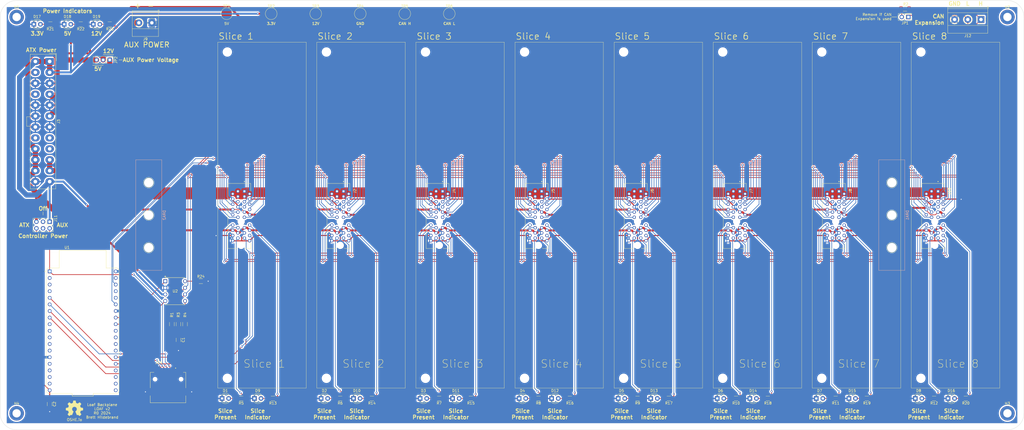
<source format=kicad_pcb>
(kicad_pcb (version 20221018) (generator pcbnew)
  (layers (0 "F.Cu" signal) (31 "B.Cu" signal) (34 "B.Paste" user) (35 "F.Paste" user) (36 "B.SilkS" user "B.Silkscreen") (37 "F.SilkS" user "F.Silkscreen") (38 "B.Mask" user) (39 "F.Mask" user) (44 "Edge.Cuts" user))
  (net 0 "")
  (net 1 "/Spare5")
  (net 2 "/Spare6")
  (net 3 "GND")
  (net 4 "/Spare7")
  (net 5 "Net-(D9-A)")
  (net 6 "/SYNC")
  (net 7 "/Spare1")
  (net 8 "/Spare2")
  (net 9 "/Spare3")
  (net 10 "+5V")
  (net 11 "/Spare4")
  (net 12 "+12V")
  (net 34 "/CANL")
  (net 35 "/CANH")
  (net 36 "/STBY")
  (net 37 "/RX")
  (net 38 "/TX")
  (net 39 "+3.3V")
  (net 45 "/EstpCh1")
  (net 46 "/EstpCh2")
  (net 47 "/SPLIT")
  (net 48 "Net-(D1-A)")
  (net 49 "Net-(D2-A)")
  (net 50 "Net-(D3-A)")
  (net 51 "Net-(D4-A)")
  (net 52 "Net-(D5-A)")
  (net 53 "Net-(D7-A)")
  (net 54 "Net-(D8-A)")
  (net 55 "Net-(D6-A)")
  (net 58 "ESP 3V3")
  (net 59 "ESP 5V")
  (net 60 "Net-(JP1-B)")
  (net 61 "Net-(C1-Pad1)")
  (net 62 "Sl1Prs")
  (net 63 "Sl2Prs")
  (net 64 "Sl3Prs")
  (net 65 "Sl4Prs")
  (net 66 "Sl5Prs")
  (net 67 "Sl6Prs")
  (net 68 "Sl7Prs")
  (net 69 "Sl8Prs")
  (net 70 "Net-(D10-A)")
  (net 71 "Net-(D11-A)")
  (net 72 "Net-(D12-A)")
  (net 73 "Net-(D13-A)")
  (net 74 "Net-(D14-A)")
  (net 75 "Net-(D15-A)")
  (net 76 "Net-(D16-A)")
  (net 77 "Sl2Lt")
  (net 78 "Sl3Lt")
  (net 79 "Sl4Lt")
  (net 80 "Sl5Lt")
  (net 81 "Sl6Lt")
  (net 82 "Sl7Lt")
  (net 83 "Sl8Lt")
  (net 84 "Net-(D17-A)")
  (net 85 "Net-(D18-A)")
  (net 86 "Net-(D19-A)")
  (net 87 "Sl1Lt")
  (net 88 "Net-(J9-Pin_2)")
  (net 89 "/SCL")
  (net 90 "/SDA")
  (net 93 "CLK")
  (net 95 "MISO")
  (net 96 "MOSI")
  (net 100 "CS")
  (footprint "Connector_PinHeader_2.54mm:PinHeader_2x01_P2.54mm_Vertical" (layer "F.Cu") (at 361.955 57.15 180)
    (fp_text reference "JP1")
    (fp_text value "Jumper_2_Bridged")
  )
  (footprint "LED_THT:LED_D3.0mm" (layer "F.Cu") (at 186.685 203.835)
    (fp_text reference "D11")
    (fp_text value "LED")
  )
  (footprint "MountingHole:MountingHole_3.2mm_M3" (layer "F.Cu") (at 290.576 196.088)
    (fp_text reference "H18" hide)
    (fp_text value "MountingHole")
  )
  (footprint "LED_THT:LED_D3.0mm" (layer "F.Cu") (at 326.534426 203.835)
    (fp_text reference "D7")
    (fp_text value "LED")
  )
  (footprint "MountingHole:MountingHole_3.2mm_M3_DIN965_Pad" (layer "F.Cu") (at 400.05 209.55)
    (fp_text reference "H3")
    (fp_text value "MountingHole")
  )
  (footprint "MountingHole:MountingHole_3.2mm_M3" (layer "F.Cu") (at 366.776 196.088)
    (fp_text reference "H20" hide)
    (fp_text value "MountingHole")
  )
  (footprint "TestPoint:TestPoint_Pad_D4.0mm" (layer "F.Cu") (at 185.42 55.88)
    (fp_text reference "TP6")
    (fp_text value "TestPoint")
  )
  (footprint "LED_THT:LED_D3.0mm" (layer "F.Cu") (at 339.085 203.835)
    (fp_text reference "D15")
    (fp_text value "LED")
  )
  (footprint "Resistor_SMD:R_1206_3216Metric_Pad1.30x1.75mm_HandSolder" (layer "F.Cu") (at 32.004 59.944 180)
    (fp_text reference "R21")
    (fp_text value "R_US")
  )
  (footprint "Resistor_SMD:R_1206_3216Metric_Pad1.30x1.75mm_HandSolder" (layer "F.Cu") (at 105.41 203.835 180)
    (fp_text reference "R5")
    (fp_text value "R_US")
  )
  (footprint "MountingHole:MountingHole_3.2mm_M3" (layer "F.Cu") (at 252.476 70.612)
    (fp_text reference "H9" hide)
    (fp_text value "MountingHole")
  )
  (footprint "TestPoint:TestPoint_Pad_D4.0mm" (layer "F.Cu") (at 116.9416 55.88)
    (fp_text reference "TP2")
    (fp_text value "TestPoint")
  )
  (footprint "MountingHole:MountingHole_3.2mm_M3" (layer "F.Cu") (at 214.376 70.612)
    (fp_text reference "H8" hide)
    (fp_text value "MountingHole")
  )
  (footprint "MountingHole:MountingHole_3.2mm_M3" (layer "F.Cu") (at 214.376 196.088)
    (fp_text reference "H16" hide)
    (fp_text value "MountingHole")
  )
  (footprint "Resistor_SMD:R_1206_3216Metric_Pad1.30x1.75mm_HandSolder" (layer "F.Cu") (at 384.048 203.835 180)
    (fp_text reference "R20")
    (fp_text value "R_US")
  )
  (footprint "Connector_PinHeader_2.54mm:PinHeader_2x03_P2.54mm_Vertical" (layer "F.Cu") (at 31.735 135.885 -90)
    (fp_text reference "J11")
    (fp_text value "Conn_02x03_Odd_Even")
  )
  (footprint "Resistor_SMD:R_1206_3216Metric_Pad1.30x1.75mm_HandSolder" (layer "F.Cu") (at 269.854712 203.835 180)
    (fp_text reference "R17")
    (fp_text value "R_US")
  )
  (footprint "TestPoint:TestPoint_Pad_D4.0mm" (layer "F.Cu") (at 168.3004 55.88)
    (fp_text reference "TP5")
    (fp_text value "TestPoint")
  )
  (footprint "Resistor_SMD:R_1206_3216Metric_Pad1.30x1.75mm_HandSolder" (layer "F.Cu") (at 54.864 59.944 180)
    (fp_text reference "R23")
    (fp_text value "R_US")
  )
  (footprint "LED_THT:LED_D3.0mm" (layer "F.Cu") (at 377.185 203.835)
    (fp_text reference "D16")
    (fp_text value "LED")
  )
  (footprint "Resistor_SMD:R_1206_3216Metric_Pad1.30x1.75mm_HandSolder" (layer "F.Cu") (at 43.688 59.944 180)
    (fp_text reference "R22")
    (fp_text value "R_US")
  )
  (footprint "LOAF Update:AMPHENOL_10018783-10200TLF" (layer "F.Cu") (at 219.707142 135.822343 -90)
    (fp_text reference "J5")
    (fp_text value "10018783-10200TLF")
  )
  (footprint "Connector_Molex:Molex_Mini-Fit_Jr_5566-24A_2x12_P4.20mm_Vertical" (layer "F.Cu") (at 31.75 74.25 -90)
    (fp_text reference "J3")
    (fp_text value "ATX-24")
  )
  (footprint "LED_THT:LED_D3.0mm" (layer "F.Cu") (at 300.985 203.835)
    (fp_text reference "D14")
    (fp_text value "LED")
  )
  (footprint "Resistor_SMD:R_1206_3216Metric_Pad1.30x1.75mm_HandSolder" (layer "F.Cu") (at 193.725856 203.835 180)
    (fp_text reference "R15")
    (fp_text value "R_US")
  )
  (footprint "MountingHole:MountingHole_3.2mm_M3" (layer "F.Cu") (at 252.476 196.088)
    (fp_text reference "H17" hide)
    (fp_text value "MountingHole")
  )
  (footprint "Resistor_SMD:R_1206_3216Metric_Pad1.30x1.75mm_HandSolder" (layer "F.Cu") (at 117.597 203.835 180)
    (fp_text reference "R13")
    (fp_text value "R_US")
  )
  (footprint "MountingHole:MountingHole_3.2mm_M3" (layer "F.Cu") (at 328.676 196.088)
    (fp_text reference "H19" hide)
    (fp_text value "MountingHole")
  )
  (footprint "LOAF Update:AMPHENOL_10018783-10200TLF" (layer "F.Cu") (at 143.495714 135.822343 -90)
    (fp_text reference "J2")
    (fp_text value "10018783-10200TLF")
  )
  (footprint "LED_THT:LED_D3.0mm" (layer "F.Cu") (at 288.451855 203.835)
    (fp_text reference "D6")
    (fp_text value "LED")
  )
  (footprint "LOAF Update:AMPHENOL_10018783-10200TLF" (layer "F.Cu") (at 181.601428 135.822343 -90)
    (fp_text reference "J4")
    (fp_text value "10018783-10200TLF")
  )
  (footprint "LED_THT:LED_D3.0mm" (layer "F.Cu") (at 148.585 203.835)
    (fp_text reference "D10")
    (fp_text value "LED")
  )
  (footprint "LED_THT:LED_D3.0mm" (layer "F.Cu") (at 364.617 203.835)
    (fp_text reference "D8")
    (fp_text value "LED")
  )
  (footprint "Resistor_SMD:R_1206_3216Metric_Pad1.30x1.75mm_HandSolder" (layer "F.Cu") (at 89.89 158.75)
    (fp_text reference "R24")
    (fp_text value "10k")
  )
  (footprint "LOAF Update:MODULE_ESP32-DEVKITC-32E" (layer "F.Cu") (at 44.45 177.8)
    (fp_text reference "U1")
    (fp_text value "ESP32-DEVKITC-32E")
  )
  (footprint "LOAF Update:AMPHENOL_10018783-10200TLF" (layer "F.Cu") (at 334.024284 135.822343 -90)
    (fp_text reference "J8")
    (fp_text value "10018783-10200TLF")
  )
  (footprint "MountingHole:MountingHole_3.2mm_M3" (layer "F.Cu") (at 100.076 196.088)
    (fp_text reference "H13" hide)
    (fp_text value "MountingHole")
  )
  (footprint "Resistor_SMD:R_1206_3216Metric_Pad1.30x1.75mm_HandSolder" (layer "F.Cu") (at 81.28 175.26 90)
    (fp_text reference "R3")
    (fp_text value "60")
  )
  (footprint "MountingHole:MountingHole_3.2mm_M3" (layer "F.Cu") (at 366.776 70.612)
    (fp_text reference "H12" hide)
    (fp_text value "MountingHole")
  )
  (footprint "LED_THT:LED_D3.0mm" (layer "F.Cu") (at 37.333 59.944)
    (fp_text reference "D18")
    (fp_text value "LED")
  )
  (footprint "LOAF Update:CUI_MSD-11-A" (layer "F.Cu") (at 77.285 199.675)
    (fp_text reference "J14")
    (fp_text value "MSD-11-A")
  )
  (footprint "Resistor_SMD:R_1206_3216Metric_Pad1.30x1.75mm_HandSolder" (layer "F.Cu") (at 155.661428 203.835 180)
    (fp_text reference "R14")
    (fp_text value "R_US")
  )
  (footprint "MountingHole:MountingHole_3.2mm_M3_DIN965_Pad" (layer "F.Cu") (at 19.05 57.15)
    (fp_text reference "H1")
    (fp_text value "MountingHole")
  )
  (footprint "MountingHole:MountingHole_3.2mm_M3" (layer "F.Cu") (at 176.276 196.088)
    (fp_text reference "H15" hide)
    (fp_text value "MountingHole")
  )
  (footprint "MountingEquipment:DINRailAdapter_3xM3_PhoenixContact_1201578" (layer "F.Cu") (at 69.85 133.35 90)
    (fp_text reference "DRA2")
    (fp_text value "DIN_Rail_Adapter")
  )
  (footprint "MountingHole:MountingHole_3.2mm_M3_DIN965_Pad" (layer "F.Cu") (at 19.05 209.55)
    (fp_text reference "H4")
    (fp_text value "MountingHole")
  )
  (footprint "LED_THT:LED_D3.0mm" (layer "F.Cu") (at 262.885 203.835)
    (fp_text reference "D13")
    (fp_text value "LED")
  )
  (footprint "LED_THT:LED_D3.0mm" (layer "F.Cu") (at 136.121571 203.835)
    (fp_text reference "D2")
    (fp_text value "LED")
  )
  (footprint "MountingHole:MountingHole_3.2mm_M3" (layer "F.Cu") (at 138.176 196.088)
    (fp_text reference "H14" hide)
    (fp_text value "MountingHole")
  )
  (footprint "Resistor_SMD:R_1206_3216Metric_Pad1.30x1.75mm_HandSolder" (layer "F.Cu") (at 345.983568 203.835 180)
    (fp_text reference "R19")
    (fp_text value "R_US")
  )
  (footprint "MountingHole:MountingHole_3.2mm_M3" (layer "F.Cu") (at 290.576 70.612)
    (fp_text reference "H10" hide)
    (fp_text value "MountingHole")
  )
  (footprint "MountingEquipment:DINRailAdapter_3xM3_PhoenixContact_1201578" (layer "F.Cu") (at 355.6 133.35 90)
    (fp_text reference "DRA1")
    (fp_text value "DIN_Rail_Adapter")
  )
  (footprint "Capacitor_SMD:C_1206_3216Metric_Pad1.33x1.80mm_HandSolder" (layer "F.Cu") (at 81.28 181.3175 -90)
    (fp_text reference "C1")
    (fp_text value "4700pF")
  )
  (footprint "TerminalBlock_Phoenix:TerminalBlock_Phoenix_MKDS-1,5-2_1x02_P5.00mm_Horizontal" (layer "F.Cu") (at 71.04 59.385 180)
    (fp_text reference "J9")
    (fp_text value "Screw_Terminal_01x02")
  )
  (footprint "Resistor_SMD:R_1206_3216Metric_Pad1.30x1.75mm_HandSolder" (layer "F.Cu") (at 219.71 203.835 180)
    (fp_text reference "R8")
    (fp_text value "R_US")
  )
  (footprint "MountingHole:MountingHole_3.2mm_M3_DIN965_Pad" (layer "F.Cu") (at 400.05 57.15)
    (fp_text reference "H2")
    (fp_text value "MountingHole")
  )
  (footprint "Resistor_SMD:R_1206_3216Metric_Pad1.30x1.75mm_HandSolder" (layer "F.Cu") (at 83.82 175.26 -90)
    (fp_text reference "R4")
    (fp_text value "300")
  )
  (footprint "Resistor_SMD:R_1206_3216Metric_Pad1.30x1.75mm_HandSolder" (layer "F.Cu") (at 231.790284 203.835 180)
    (fp_text reference "R16")
    (fp_text value "R_US")
  )
  (footprint "Resistor_SMD:R_1206_3216Metric_Pad1.30x1.75mm_HandSolder" (layer "F.Cu") (at 143.47 203.835 180)
    (fp_text reference "R6")
    (fp_text value "R_US")
  )
  (footprint "LED_THT:LED_D3.0mm" (layer "F.Cu") (at 25.649 59.944)
    (fp_text reference "D17")
    (fp_text value "LED")
  )
  (footprint "Capacitor_SMD:C_1206_3216Metric_Pad1.33x1.80mm_HandSolder" (layer "F.Cu") (at 31.75 205.994 -90)
    (fp_text reference "C2")
    (fp_text value "10uF_t")
  )
  (footprint "MCP2561FD:PDIP8_300MC_MCH" (layer "F.Cu") (at 76.2 158.75)
    (fp_text reference "U2")
    (fp_text value "MCP2561FD-E/P")
  )
  (footprint "Symbol:OSHW-Symbol_6.7x6mm_SilkScreen" (layer "F.Cu") (at 41.275 207.645)
    (fp_text reference "Logo1" hide)
    (fp_text value "Logo_Open_Hardware_Small" hide)
  )
  (footprint "LOAF Update:AMPHENOL_10018783-10200TLF" (layer "F.Cu") (at 257.812856 135.822343 -90)
    (fp_text reference "J6")
    (fp_text value "10018783-10200TLF")
  )
  (footprint "LED_THT:LED_D3.0mm" (layer "F.Cu") (at 48.509 59.944)
    (fp_text reference "D19")
    (fp_text value "LED")
  )
  (footprint "Resistor_SMD:R_1206_3216Metric_Pad1.30x1.75mm_HandSolder" (layer "F.Cu") (at 307.91914 203.835 180)
    (fp_text reference "R18")
    (fp_text value "R_US")
  )
  (footprint "TestPoint:TestPoint_Pad_D4.0mm" (layer "F.Cu") (at 134.0612 55.88)
    (fp_text reference "TP3")
    (fp_text value "TestPoint")
  )
  (footprint "Resistor_SMD:R_1206_3216Metric_Pad1.30x1.75mm_HandSolder" (layer "F.Cu") (at 295.71 203.835 180)
    (fp_text reference "R10")
    (fp_text value "R_US")
  )
  (footprint "Resistor_SMD:R_1206_3216Metric_Pad1.30x1.75mm_HandSolder" (layer "F.Cu") (at 360.68 53.975 180)
    (fp_text reference "R2")
    (fp_text value "120")
  )
  (footprint "MountingHole:MountingHole_3.2mm_M3" (layer "F.Cu") (at 176.276 70.612)
    (fp_text reference "H7" hide)
    (fp_text value "MountingHole")
  )
  (footprint "MountingHole:MountingHole_3.2mm_M3" (layer "F.Cu") (at 138.176 70.612)
    (fp_text reference "H6" hide)
    (fp_text value "MountingHole")
  )
  (footprint "Resistor_SMD:R_1206_3216Metric_Pad1.30x1.75mm_HandSolder" (layer "F.Cu") (at 334.01 203.835 180)
    (fp_text reference "R11")
    (fp_text value "R_US")
  )
  (footprint "TerminalBlock_Phoenix:TerminalBlock_Phoenix_MKDS-1,5-3-5.08_1x03_P5.08mm_Horizontal" (layer "F.Cu") (at 389.895 58.115 180)
    (fp_text reference "J12")
    (fp_text value "Screw_Terminal_01x03")
  )
  (footprint "Resistor_SMD:R_1206_3216Metric_Pad1.30x1.75mm_HandSolder" (layer "F.Cu") (at 78.74 175.26 -90)
    (fp_text reference "R1")
    (fp_text value "60")
  )
  (footprint "LED_THT:LED_D3.0mm" (layer "F.Cu") (at 212.286713 203.835)
    (fp_text reference "D4")
    (fp_text value "LED")
  )
  (footprint "LED_THT:LED_D3.0mm" (layer "F.Cu") (at 250.369284 203.835)
    (fp_text reference "D5")
    (fp_text value "LED")
  )
  (footprint "LOAF Update:AMPHENOL_10018783-10200TLF" (layer "F.Cu") (at 105.39 135.822343 -90)
    (fp_text reference "J1" hide)
    (fp_text value "10018783-10200TLF")
  )
  (footprint "LED_THT:LED_D3.0mm" (layer "F.Cu") (at 174.204142 203.835)
    (fp_text reference "D3")
    (fp_text value "LED")
  )
  (footprint "Resistor_SMD:R_1206_3216Metric_Pad1.30x1.75mm_HandSolder" (layer "F.Cu") (at 371.856 203.835 180)
    (fp_text reference "R12")
    (fp_text value "R_US")
  )
  (footprint "LED_THT:LED_D3.0mm" (layer "F.Cu") (at 224.785 203.835)
    (fp_text reference "D12")
    (fp_text value "LED")
  )
  (footprint "LED_THT:LED_D3.0mm" (layer "F.Cu") (at 98.039 203.835)
    (fp_text reference "D1")
    (fp_text value "LED")
  )
  (footprint "LED_THT:LED_D3.0mm" (layer "F.Cu") (at 110.485 203.835)
    (fp_text reference "D9")
    (fp_text value "LED")
  )
  (footprint "MountingHole:MountingHole_3.2mm_M3" (layer "F.Cu") (at 328.676 70.612)
    (fp_text reference "H11" hide)
    (fp_text value "MountingHole")
  )
  (footprint "Connector_PinHeader_2.54mm:PinHeader_1x03_P2.54mm_Vertical" (layer "F.Cu") (at 54.864 73.66 -90)
    (fp_text reference "JP2")
    (fp_text value "Jumper_3_Bridged12")
  )
  (footprint "TestPoint:TestPoint_Pad_D4.0mm" (layer "F.Cu") (at 151.1808 55.88)
    (fp_text reference "TP4")
    (fp_text value "TestPoint")
  )
  (footprint "Resistor_SMD:R_1206_3216Metric_Pad1.30x1.75mm_HandSolder" (layer "F.Cu") (at 181.53 203.835 180)
    (fp_text reference "R7")
    (fp_text value "R_US")
  )
  (footprint "Resistor_SMD:R_1206_3216Metric_Pad1.30x1.75mm_HandSolder" (layer "F.Cu") (at 257.81 203.835 180)
    (fp_text reference "R9")
    (fp_text value "R_US")
  )
  (footprint "LOAF Update:AMPHENOL_10018783-10200TLF" (layer "F.Cu") (at 295.91857 135.822343 -90)
    (fp_text reference "J7")
    (fp_text value "10018783-10200TLF")
  )
  (footprint "LOAF Update:AMPHENOL_10018783-10200TLF" (layer "F.Cu") (at 372.13 135.822343 -90)
    (fp_text reference "J10")
    (fp_text value "10018783-10200TLF" hide)
  )
  (footprint "MountingHole:MountingHole_3.2mm_M3" (layer "F.Cu") (at 100.076 70.612)
    (fp_text reference "H5" hide)
    (fp_text value "MountingHole")
  )
  (footprint "TestPoint:TestPoint_Pad_D4.0mm" (layer "F.Cu") (at 99.822 55.88)
    (fp_text reference "TP1")
    (fp_text value "TestPoint")
  )
  (gr_line locked (start 210.7 199.834843) (end 210.7 66.834843) (stroke (width 0.1)) (layer "F.SilkS"))
  (gr_line locked (start 320.9 66.834843) (end 286.9 66.834843) (stroke (width 0.1)) (layer "F.SilkS"))
  (gr_line locked (start 244.7 66.834843) (end 210.7 66.834843) (stroke (width 0.1)) (layer "F.SilkS"))
  (gr_line locked (start 286.9 199.834843) (end 286.9 66.834843) (stroke (width 0.1)) (layer "F.SilkS"))
  (gr_line locked (start 248.8 199.834843) (end 282.8 199.834843) (stroke (width 0.1)) (layer "F.SilkS"))
  (gr_line (start 355.6 57.15) (end 357.505 57.15) (stroke (width 0.15)) (layer "F.SilkS"))
  (gr_line locked (start 282.8 66.834843) (end 248.8 66.834843) (stroke (width 0.1)) (layer "F.SilkS"))
  (gr_line locked (start 325 199.834843) (end 325 66.834843) (stroke (width 0.1)) (layer "F.SilkS"))
  (gr_line locked (start 96.4 199.834843) (end 96.4 66.834843) (stroke (width 0.1)) (layer "F.SilkS"))
  (gr_line locked (start 359 66.834843) (end 325 66.834843) (stroke (width 0.1)) (layer "F.SilkS"))
  (gr_line locked (start 206.6 199.834843) (end 206.6 66.834843) (stroke (width 0.1)) (layer "F.SilkS"))
  (gr_line locked (start 248.8 199.834843) (end 248.8 66.834843) (stroke (width 0.1)) (layer "F.SilkS"))
  (gr_line locked (start 206.6 66.834843) (end 172.6 66.834843) (stroke (width 0.1)) (layer "F.SilkS"))
  (gr_line locked (start 134.5 199.834843) (end 168.5 199.834843) (stroke (width 0.1)) (layer "F.SilkS"))
  (gr_line locked (start 359 199.834843) (end 359 66.834843) (stroke (width 0.1)) (layer "F.SilkS"))
  (gr_line (start 48.26 75.692) (end 52.324 75.692) (stroke (width 0.15)) (layer "F.SilkS"))
  (gr_line locked (start 168.5 199.834843) (end 168.5 66.834843) (stroke (width 0.1)) (layer "F.SilkS"))
  (gr_line (start 29.21 132.08) (end 29.21 133.35) (stroke (width 0.15)) (layer "F.SilkS"))
  (gr_line locked (start 325 199.834843) (end 359 199.834843) (stroke (width 0.1)) (layer "F.SilkS"))
  (gr_line locked (start 130.4 66.834843) (end 96.4 66.834843) (stroke (width 0.1)) (layer "F.SilkS"))
  (gr_line locked (start 96.4 199.834843) (end 130.4 199.834843) (stroke (width 0.1)) (layer "F.SilkS"))
  (gr_line locked (start 282.8 199.834843) (end 282.8 66.834843) (stroke (width 0.1)) (layer "F.SilkS"))
  (gr_line locked (start 320.9 199.834843) (end 320.9 66.834843) (stroke (width 0.1)) (layer "F.SilkS"))
  (gr_line locked (start 244.7 199.834843) (end 244.7 66.834843) (stroke (width 0.1)) (layer "F.SilkS"))
  (gr_line locked (start 210.7 199.834843) (end 244.7 199.834843) (stroke (width 0.1)) (layer "F.SilkS"))
  (gr_line (start 59.69 73.66) (end 58.42 73.66) (stroke (width 0.15)) (layer "F.SilkS"))
  (gr_line locked (start 397.1 66.834843) (end 363.1 66.834843) (stroke (width 0.1)) (layer "F.SilkS"))
  (gr_line locked (start 363.1 199.834843) (end 397.1 199.834843) (stroke (width 0.1)) (layer "F.SilkS"))
  (gr_line locked (start 397.1 199.834843) (end 397.1 66.834843) (stroke (width 0.1)) (layer "F.SilkS"))
  (gr_line locked (start 168.5 66.834843) (end 134.5 66.834843) (stroke (width 0.1)) (layer "F.SilkS"))
  (gr_line locked (start 172.6 199.834843) (end 206.6 199.834843) (stroke (width 0.1)) (layer "F.SilkS"))
  (gr_line locked (start 363.1 199.834843) (end 363.1 66.834843) (stroke (width 0.1)) (layer "F.SilkS"))
  (gr_line locked (start 286.9 199.834843) (end 320.9 199.834843) (stroke (width 0.1)) (layer "F.SilkS"))
  (gr_line locked (start 134.5 199.834843) (end 134.5 66.834843) (stroke (width 0.1)) (layer "F.SilkS"))
  (gr_line locked (start 130.4 199.834843) (end 130.4 66.834843) (stroke (width 0.1)) (layer "F.SilkS"))
  (gr_line (start 52.324 71.628) (end 56.388 71.628) (stroke (width 0.15)) (layer "F.SilkS"))
  (gr_line locked (start 172.6 199.834843) (end 172.6 66.834843) (stroke (width 0.1)) (layer "F.SilkS"))
  (gr_line locked (start 406.4 209.55) (end 406.4 57.15) (stroke (width 0.1)) (layer "Edge.Cuts"))
  (gr_line locked (start 400.05 50.8) (end 19.05 50.8) (stroke (width 0.1)) (layer "Edge.Cuts"))
  (gr_arc locked (start 19.05 215.9) (mid 14.559872 214.040128) (end 12.7 209.55) (stroke (width 0.1)) (layer "Edge.Cuts"))
  (gr_line locked (start 12.7 57.15) (end 12.7 209.55) (stroke (width 0.1)) (layer "Edge.Cuts"))
  (gr_arc locked (start 406.4 209.55) (mid 404.540128 214.040128) (end 400.05 215.9) (stroke (width 0.1)) (layer "Edge.Cuts"))
  (gr_line locked (start 19.05 215.9) (end 400.05 215.9) (stroke (width 0.1)) (layer "Edge.Cuts"))
  (gr_arc locked (start 12.7 57.15) (mid 14.559872 52.659872) (end 19.05 50.8) (stroke (width 0.1)) (layer "Edge.Cuts"))
  (gr_arc locked (start 400.05 50.8) (mid 404.540128 52.659872) (end 406.4 57.15) (stroke (width 0.1)) (layer "Edge.Cuts"))
  (gr_text "5V\n" (at 50.292 76.2) (layer "F.SilkS") (effects (font (size 1.5 1.5) (thickness 0.3) bold) (justify top)))
  (gr_text "12V" (at 54.356 71.12) (layer "F.SilkS") (effects (font (size 1.5 1.5) (thickness 0.3) bold) (justify bottom)))
  (gr_text "ATX Power" (at 28.5 69.85) (layer "F.SilkS") (effects (font (size 1.5 1.5) (thickness 0.3) bold)))
  (gr_text "H\n" (at 388.769286 52.019) (layer "F.SilkS") (effects (font (size 1.5 1.5) (thickness 0.3) bold) (justify left)))
  (gr_text "Slice\nPresent\n" (at 175.514 207.772) (layer "F.SilkS") (effects (font (size 1.5 1.5) (thickness 0.3) bold) (justify top)))
  (gr_text "L" (at 384.775 52.019) (layer "F.SilkS") (effects (font (size 1.5 1.5) (thickness 0.3) bold)))
  (gr_text "CAN\nExpansion" (at 375.925 58.115) (layer "F.SilkS") (effects (font (size 1.5 1.5) (thickness 0.3) bold) (justify right)))
  (gr_text "Slice\nIndicator\n" (at 111.76 207.772) (layer "F.SilkS") (effects (font (size 1.5 1.5) (thickness 0.3) bold) (justify top)))
  (gr_text "5V" (at 99.822 59.69) (layer "F.SilkS") (effects (font (size 1 1))))
  (gr_text "Slice\nIndicator\n" (at 264.16 207.772) (layer "F.SilkS") (effects (font (size 1.5 1.5) (thickness 0.3) bold) (justify top)))
  (gr_text "CAN H" (at 168.3004 59.69) (layer "F.SilkS") (effects (font (size 1 1) (thickness 0.2) bold)))
  (gr_text locked "Slice 3" (at 190.5 190.5) (layer "F.SilkS") (effects (font (size 3 3))))
  (gr_text "Slice 4" (at 210.82 66.04) (layer "F.SilkS") (effects (font (size 2.5 2.5) (thickness 0.25)) (justify left bottom)))
  (gr_text "-" (at 70.612 53.086 180) (layer "F.SilkS") (effects (font (size 2 2) (thickness 0.3))))
  (gr_text "5V\n" (at 38.608 63.5) (layer "F.SilkS") (effects (font (size 1.5 1.5) (thickness 0.3) bold)))
  (gr_text "GND" (at 379.735 52.019) (layer "F.SilkS") (effects (font (size 1.5 1.5) (thickness 0.3) bold)))
  (gr_text "Off" (at 29.21 130.81) (layer "F.SilkS") (effects (font (size 1.5 1.5) (thickness 0.3) bold)))
  (gr_text "AUX" (at 34.29 137.16) (layer "F.SilkS") (effects (font (size 1.5 1.5) (thickness 0.3) bold) (justify left)))
  (gr_text "Slice\nPresent\n" (at 327.914 207.772) (layer "F.SilkS") (effects (font (size 1.5 1.5) (thickness 0.3) bold) (justify top)))
  (gr_text "Slice\nPresent\n" (at 251.714 207.772) (layer "F.SilkS") (effects (font (size 1.5 1.5) (thickness 0.3) bold) (justify top)))
  (gr_text "Slice\nPresent\n" (at 213.614 207.772) (layer "F.SilkS") (effects (font (size 1.5 1.5) (thickness 0.3) bold) (justify top)))
  (gr_text "Power Indicators" (at 38.608 54.864) (layer "F.SilkS") (effects (font (size 1.5 1.5) (thickness 0.3) bold)))
  (gr_text "Remove if CAN\nExpansion is used" (at 355.6 58.42) (layer "F.SilkS") (effects (font (size 1 1)) (justify right bottom)))
  (gr_text "+" (at 65.612 53.086 180) (layer "F.SilkS") (effects (font (size 2 2) (thickness 0.3))))
  (gr_text "Slice\nPresent\n" (at 289.814 207.772) (layer "F.SilkS") (effects (font (size 1.5 1.5) (thickness 0.3) bold) (justify top)))
  (gr_text "AUX Power Voltage" (at 59.69 73.66) (layer "F.SilkS") (effects (font (size 1.5 1.5) (thickness 0.3) bold) (justify left)))
  (gr_text "Slice 3" (at 172.72 66.04) (layer "F.SilkS") (effects (font (size 2.5 2.5) (thickness 0.25)) (justify left bottom)))
  (gr_text "Slice 6" (at 287.02 66.04) (layer "F.SilkS") (effects (font (size 2.5 2.5) (thickness 0.25)) (justify left bottom)))
  (gr_text "Slice 7" (at 325.12 66.04) (layer "F.SilkS") (effects (font (size 2.5 2.5) (thickness 0.25)) (justify left bottom)))
  (gr_text locked "Slice 7\n" (at 342.9 190.5) (layer "F.SilkS") (effects (font (size 3 3))))
  (gr_text "Slice\nIndicator\n" (at 340.36 207.772) (layer "F.SilkS") (effects (font (size 1.5 1.5) (thickness 0.3) bold) (justify top)))
  (gr_text "Slice\nIndicator\n" (at 187.96 207.772) (layer "F.SilkS") (effects (font (size 1.5 1.5) (thickness 0.3) bold) (justify top)))
  (gr_text "Slice\nIndicator\n" (at 149.86 207.772) (layer "F.SilkS") (effects (font (size 1.5 1.5) (thickness 0.3) bold) (justify top)))
  (gr_text "Slice 2" (at 134.62 66.04) (layer "F.SilkS") (effects (font (size 2.5 2.5) (thickness 0.25)) (justify left bottom)))
  (gr_text locked "Slice 6\n" (at 304.8 190.5) (layer "F.SilkS") (effects (font (size 3 3))))
  (gr_text locked "Slice 4" (at 228.6 190.5) (layer "F.SilkS") (effects (font (size 3 3))))
  (gr_text "Slice\nPresent\n" (at 366.014 207.772) (layer "F.SilkS") (effects (font (size 1.5 1.5) (thickness 0.3) bold) (justify top)))
  (gr_text "CAN L" (at 185.42 59.69) (layer "F.SilkS") (effects (font (size 1 1) (thickness 0.2) bold)))
  (gr_text "AUX POWER" (at 69.088 67.818) (layer "F.SilkS") (effects (font (size 2 2) (thickness 0.3))))
  (gr_text "OSHE.io\n" (at 41.284251 211.448752) (layer "F.SilkS") (effects (font (size 1 1)) (justify top)))
  (gr_text locked "Slice 2\n" (at 152.4 190.5) (layer "F.SilkS") (effects (font (size 3 3))))
  (gr_text "Controller Power" (at 29.21 142.24) (layer "F.SilkS") (effects (font (size 1.5 1.5) (thickness 0.3) bold) (justify bottom)))
  (gr_text "Slice\nIndicator\n" (at 378.46 207.772) (layer "F.SilkS") (effects (font (size 1.5 1.5) (thickness 0.3) bold) (justify top)))
  (gr_text "Slice 1" (at 96.52 66.04) (layer "F.SilkS") (effects (font (size 2.5 2.5) (thickness 0.25)) (justify left bottom)))
  (gr_text "Slice 8" (at 363.22 66.04) (layer "F.SilkS") (effects (font (size 2.5 2.5) (thickness 0.25)) (justify left bottom)))
  (gr_text "Slice\nPresent\n" (at 137.414 207.772) (layer "F.SilkS") (effects (font (size 1.5 1.5) (thickness 0.3) bold) (justify top)))
  (gr_text "12V\n" (at 49.784 63.5) (layer "F.SilkS") (effects (font (size 1.5 1.5) (thickness 0.3) bold)))
  (gr_text locked "Slice 5\n" (at 266.7 190.5) (layer "F.SilkS") (effects (font (size 3 3))))
  (gr_text "Slice\nPresent\n" (at 99.314 207.772) (layer "F.SilkS") (effects (font (size 1.5 1.5) (thickness 0.3) bold) (justify top)))
  (gr_text locked "Slice 1" (at 114.3 190.5) (layer "F.SilkS") (effects (font (size 3 3))))
  (gr_text "Slice\nIndicator\n" (at 226.06 207.772) (layer "F.SilkS") (effects (font (size 1.5 1.5) (thickness 0.3) bold) (justify top)))
  (gr_text "3.3V" (at 116.9416 59.69) (layer "F.SilkS") (effects (font (size 1 1) (thickness 0.2) bold)))
  (gr_text "Slice\nIndicator\n" (at 302.26 207.772) (layer "F.SilkS") (effects (font (size 1.5 1.5) (thickness 0.3) bold) (justify top)))
  (gr_text "Slice 5" (at 248.92 66.04) (layer "F.SilkS") (effects (font (size 2.5 2.5) (thickness 0.25)) (justify left bottom)))
  (gr_text "ATX" (at 24.13 137.16) (layer "F.SilkS") (effects (font (size 1.5 1.5) (thickness 0.3) bold) (justify right)))
  (gr_text "Loaf Backplane\nLOAF v2\nR0 2024\nBrett Hildebrand" (at 51.943 208.661) (layer "F.SilkS") (effects (font (size 1 1))))
  (gr_text "12V" (at 134.0612 59.69) (layer "F.SilkS") (effects (font (size 1 1) (thickness 0.2) bold)))
  (gr_text "3.3V\n" (at 26.924 63.5) (layer "F.SilkS") (effects (font (size 1.5 1.5) (thickness 0.3) bold)))
  (gr_text "GND" (at 151.1808 59.69) (layer "F.SilkS") (effects (font (size 1 1) (thickness 0.2) bold)))
  (gr_text locked "Slice 8\n" (at 381 190.5) (layer "F.SilkS") (effects (font (size 3 3))))
  (segment (start 107.696 114.046) (end 145.796 114.046) (width 0.25) (layer "F.Cu") (net 1))
  (segment (start 298.196 114.046) (end 336.296 114.046) (width 0.25) (layer "F.Cu") (net 1))
  (segment (start 336.296 114.046) (end 375.539 114.046) (width 0.25) (layer "F.Cu") (net 1))
  (segment (start 145.796 114.046) (end 298.196 114.046) (width 0.25) (layer "F.Cu") (net 1))
  (via (at 336.296 114.046) (size 0.8) (drill 0.4) (layers "F.Cu" "B.Cu") (net 1))
  (via (at 183.896 114.046) (size 0.8) (drill 0.4) (layers "F.Cu" "B.Cu") (net 1))
  (via (at 375.539 114.046) (size 0.8) (drill 0.4) (layers "F.Cu" "B.Cu") (net 1))
  (via (at 260.096 114.046) (size 0.8) (drill 0.4) (layers "F.Cu" "B.Cu") (net 1))
  (via (at 145.796 114.046) (size 0.8) (drill 0.4) (layers "F.Cu" "B.Cu") (net 1))
  (via (at 298.196 114.046) (size 0.8) (drill 0.4) (layers "F.Cu" "B.Cu") (net 1))
  (via (at 221.996 114.046) (size 0.8) (drill 0.4) (layers "F.Cu" "B.Cu") (net 1))
  (via (at 107.696 114.046) (size 0.8) (drill 0.4) (layers "F.Cu" "B.Cu") (net 1))
  (segment (start 260.093856 114.048144) (end 260.096 114.046) (width 0.25) (layer "B.Cu") (net 1))
  (segment (start 107.671 114.071) (end 107.696 114.046) (width 0.25) (layer "B.Cu") (net 1))
  (segment (start 374.411 127.175) (end 374.411 124.518657) (width 0.25) (layer "B.Cu") (net 1))
  (segment (start 221.988142 127.197858) (end 221.988142 114.053858) (width 0.25) (layer "B.Cu") (net 1))
  (segment (start 220.98 128.206) (end 221.988142 127.197858) (width 0.25) (layer "B.Cu") (net 1))
  (segment (start 183.882428 114.059572) (end 183.896 114.046) (width 0.25) (layer "B.Cu") (net 1))
  (segment (start 221.988142 114.053858) (end 221.996 114.046) (width 0.25) (layer "B.Cu") (net 1))
  (segment (start 260.093856 127.192144) (end 260.093856 114.048144) (width 0.25) (layer "B.Cu") (net 1))
  (segment (start 335.28 128.206) (end 336.305284 127.180716) (width 0.25) (layer "B.Cu") (net 1))
  (segment (start 107.671 127.141343) (end 107.671 114.071) (width 0.25) (layer "B.Cu") (net 1))
  (segment (start 374.411 124.518657) (end 375.539 123.390657) (width 0.25) (layer "B.Cu") (net 1))
  (segment (start 336.305284 127.180716) (end 336.305284 114.055284) (width 0.25) (layer "B.Cu") (net 1))
  (segment (start 375.539 123.390657) (end 375.539 114.046) (width 0.25) (layer "B.Cu") (net 1))
  (segment (start 336.305284 114.055284) (end 336.296 114.046) (width 0.25) (layer "B.Cu") (net 1))
  (segment (start 183.882428 127.203572) (end 183.882428 114.059572) (width 0.25) (layer "B.Cu") (net 1))
  (segment (start 145.776714 127.209286) (end 145.776714 114.065286) (width 0.25) (layer "B.Cu") (net 1))
  (segment (start 106.64 128.172343) (end 107.671 127.141343) (width 0.25) (layer "B.Cu") (net 1))
  (segment (start 259.08 128.206) (end 260.093856 127.192144) (width 0.25) (layer "B.Cu") (net 1))
  (segment (start 182.88 128.206) (end 183.882428 127.203572) (width 0.25) (layer "B.Cu") (net 1))
  (segment (start 298.19957 127.18643) (end 298.19957 114.16943) (width 0.25) (layer "B.Cu") (net 1))
  (segment (start 144.78 128.206) (end 145.776714 127.209286) (width 0.25) (layer "B.Cu") (net 1))
  (segment (start 297.18 128.206) (end 298.19957 127.18643) (width 0.25) (layer "B.Cu") (net 1))
  (segment (start 373.38 128.206) (end 374.411 127.175) (width 0.25) (layer "B.Cu") (net 1))
  (segment (start 150.114 112.522) (end 187.833 112.522) (width 0.25) (layer "F.Cu") (net 2))
  (segment (start 340.106 112.522) (end 378.206 112.522) (width 0.25) (layer "F.Cu") (net 2))
  (segment (start 111.887 112.522) (end 150.114 112.522) (width 0.25) (layer "F.Cu") (net 2))
  (segment (start 302.387 112.522) (end 340.106 112.522) (width 0.25) (layer "F.Cu") (net 2))
  (segment (start 226.06 112.522) (end 264.16 112.522) (width 0.25) (layer "F.Cu") (net 2))
  (segment (start 264.16 112.522) (end 302.387 112.522) (width 0.25) (layer "F.Cu") (net 2))
  (segment (start 187.833 112.522) (end 226.06 112.522) (width 0.25) (layer "F.Cu") (net 2))
  (via (at 111.887 112.522) (size 0.8) (drill 0.4) (layers "F.Cu" "B.Cu") (net 2))
  (via (at 378.206 112.522) (size 0.8) (drill 0.4) (layers "F.Cu" "B.Cu") (net 2))
  (via (at 150.114 112.522) (size 0.8) (drill 0.4) (layers "F.Cu" "B.Cu") (net 2))
  (via (at 302.387 112.522) (size 0.8) (drill 0.4) (layers "F.Cu" "B.Cu") (net 2))
  (via (at 264.16 112.522) (size 0.8) (drill 0.4) (layers "F.Cu" "B.Cu") (net 2))
  (via (at 226.06 112.522) (size 0.8) (drill 0.4) (layers "F.Cu" "B.Cu") (net 2))
  (via (at 187.833 112.522) (size 0.8) (drill 0.4) (layers "F.Cu" "B.Cu") (net 2))
  (via (at 340.106 112.522) (size 0.8) (drill 0.4) (layers "F.Cu" "B.Cu") (net 2))
  (segment (start 147.656467 129.172343) (end 150.114 126.71481) (width 0.25) (layer "B.Cu") (net 2))
  (segment (start 111.887 126.836096) (end 109.550753 129.172343) (width 0.25) (layer "B.Cu") (net 2))
  (segment (start 184.851428 129.172343) (end 185.762181 129.172343) (width 0.25) (layer "B.Cu") (net 2))
  (segment (start 109.550753 129.172343) (end 108.64 129.172343) (width 0.25) (layer "B.Cu") (net 2))
  (segment (start 146.745714 129.172343) (end 147.656467 129.172343) (width 0.25) (layer "B.Cu") (net 2))
  (segment (start 264.16 126.985952) (end 264.16 112.522) (width 0.25) (layer "B.Cu") (net 2))
  (segment (start 187.833 127.101524) (end 187.833 112.522) (width 0.25) (layer "B.Cu") (net 2))
  (segment (start 376.290753 129.172343) (end 378.206 127.257096) (width 0.25) (layer "B.Cu") (net 2))
  (segment (start 378.206 127.257096) (end 378.206 112.522) (width 0.25) (layer "B.Cu") (net 2))
  (segment (start 337.274284 129.172343) (end 338.185037 129.172343) (width 0.25) (layer "B.Cu") (net 2))
  (segment (start 111.887 112.522) (end 111.887 126.836096) (width 0.25) (layer "B.Cu") (net 2))
  (segment (start 223.867895 129.172343) (end 226.06 126.980238) (width 0.25) (layer "B.Cu") (net 2))
  (segment (start 299.16857 129.172343) (end 300.079323 129.172343) (width 0.25) (layer "B.Cu") (net 2))
  (segment (start 261.062856 129.172343) (end 261.973609 129.172343) (width 0.25) (layer "B.Cu") (net 2))
  (segment (start 185.762181 129.172343) (end 187.833 127.101524) (width 0.25) (layer "B.Cu") (net 2))
  (segment (start 338.185037 129.172343) (end 340.106 127.25138) (width 0.25) (layer "B.Cu") (net 2))
  (segment (start 300.079323 129.172343) (end 302.387 126.864666) (width 0.25) (layer "B.Cu") (net 2))
  (segment (start 340.106 127.25138) (end 340.106 112.522) (width 0.25) (layer "B.Cu") (net 2))
  (segment (start 222.957142 129.172343) (end 223.867895 129.172343) (width 0.25) (layer "B.Cu") (net 2))
  (segment (start 150.114 126.71481) (end 150.114 112.522) (width 0.25) (layer "B.Cu") (net 2))
  (segment (start 375.38 129.172343) (end 376.290753 129.172343) (width 0.25) (layer "B.Cu") (net 2))
  (segment (start 261.973609 129.172343) (end 264.16 126.985952) (width 0.25) (layer "B.Cu") (net 2))
  (segment (start 302.387 126.864666) (end 302.387 112.522) (width 0.25) (layer "B.Cu") (net 2))
  (segment (start 226.06 126.980238) (end 226.06 112.522) (width 0.25) (layer "B.Cu") (net 2))
  (segment (start 222.913142 143.216343) (end 219.71 143.216343) (width 0.4) (layer "F.Cu") (net 3))
  (segment (start 105.596 143.157343) (end 105.596 141.216343) (width 0.4) (layer "F.Cu") (net 3))
  (segment (start 254.58 127.682439) (end 254.58 127.206) (width 0.4) (layer "F.Cu") (net 3))
  (segment (start 257.81 143.216343) (end 254.606856 143.216343) (width 0.4) (layer "F.Cu") (net 3))
  (segment (start 382.188343 127.172343) (end 382.27 127.254) (width 0.4) (layer "F.Cu") (net 3))
  (segment (start 218.48 130.206) (end 218.48 129.682439) (width 0.4) (layer "F.Cu") (net 3))
  (segment (start 256.58 129.682439) (end 254.58 127.682439) (width 0.4) (layer "F.Cu") (net 3))
  (segment (start 81.28 183.1725) (end 81.28 185.42) (width 0.4) (layer "F.Cu") (net 3))
  (segment (start 292.71257 143.216343) (end 292.66857 143.172343) (width 0.4) (layer "F.Cu") (net 3))
  (segment (start 102.14 141.172343) (end 95.809657 141.172343) (width 0.4) (layer "F.Cu") (net 3))
  (segment (start 178.395428 143.216343) (end 178.351428 143.172343) (width 0.4) (layer "F.Cu") (net 3))
  (segment (start 31.75 207.5565) (end 31.75 208.915) (width 0.4) (layer "F.Cu") (net 3))
  (segment (start 257.81 141.425199) (end 257.81 143.216343) (width 0.4) (layer "F.Cu") (net 3))
  (segment (start 295.91 141.430913) (end 295.91 143.216343) (width 0.4) (layer "F.Cu") (net 3))
  (segment (start 186.851428 141.172343) (end 184.851428 143.172343) (width 0.4) (layer "F.Cu") (net 3))
  (segment (start 330.774284 141.172343) (end 301.16857 141.172343) (width 0.4) (layer "F.Cu") (net 3))
  (segment (start 140.28 127.682439) (end 140.28 127.206) (width 0.4) (layer "F.Cu") (net 3))
  (segment (start 218.48 129.682439) (end 216.48 127.682439) (width 0.4) (layer "F.Cu") (net 3))
  (segment (start 261.062856 127.172343) (end 292.66857 127.172343) (width 0.4) (layer "F.Cu") (net 3))
  (segment (start 184.851428 127.172343) (end 216.457142 127.172343) (width 0.4) (layer "F.Cu") (net 3))
  (segment (start 295.91 143.216343) (end 292.71257 143.216343) (width 0.4) (layer "F.Cu") (net 3))
  (segment (start 184.851428 143.172343) (end 184.807428 143.216343) (width 0.4) (layer "F.Cu") (net 3))
  (segment (start 368.88 127.682439) (end 368.88 127.206) (width 0.4) (layer "F.Cu") (net 3))
  (segment (start 297.16857 140.172343) (end 295.91 141.430913) (width 0.4) (layer "F.Cu") (net 3))
  (segment (start 261.018856 143.216343) (end 257.81 143.216343) (width 0.4) (layer "F.Cu") (net 3))
  (segment (start 142.28 130.206) (end 142.28 129.682439) (width 0.4) (layer "F.Cu") (net 3))
  (segment (start 337.230284 143.216343) (end 334.01 143.216343) (width 0.4) (layer "F.Cu") (net 3))
  (segment (start 332.78 130.206) (end 332.78 129.682439) (width 0.4) (layer "F.Cu") (net 3))
  (segment (start 334.01 143.216343) (end 330.818284 143.216343) (width 0.4) (layer "F.Cu") (net 3))
  (segment (start 180.38 130.206) (end 180.38 129.682439) (width 0.4) (layer "F.Cu") (net 3))
  (segment (start 74.685 192.2745) (end 74.685 193.495) (width 0.4) (layer "F.Cu") (net 3))
  (segment (start 144.745714 140.172343) (end 143.51 141.408057) (width 0.4) (layer "F.Cu") (net 3))
  (segment (start 181.483 143.216343) (end 178.395428 143.216343) (width 0.4) (layer "F.Cu") (net 3))
  (segment (start 105.918 143.216343) (end 102.184 143.216343) (width 0.4) (layer "F.Cu") (net 3))
  (segment (start 299.16857 127.172343) (end 330.774284 127.172343) (width 0.4) (layer "F.Cu") (net 3))
  (segment (start 70.115 201.295) (end 68.58 201.295) (width 0.4) (layer "F.Cu") (net 3))
  (segment (start 292.66857 141.172343) (end 263.062856 141.172343) (width 0.4) (layer "F.Cu") (net 3))
  (segment (start 222.957142 143.172343) (end 222.913142 143.216343) (width 0.4) (layer "F.Cu") (net 3))
  (segment (start 368.88 141.172343) (end 339.274284 141.172343) (width 0.4) (layer "F.Cu") (net 3))
  (segment (start 102.184 143.216343) (end 102.14 143.172343) (width 0.4) (layer "F.Cu") (net 3))
  (segment (start 224.957142 141.172343) (end 222.957142 143.172343) (width 0.4) (layer "F.Cu") (net 3))
  (segment (start 180.38 129.682439) (end 178.38 127.682439) (width 0.4) (layer "F.Cu") (net 3))
  (segment (start 84.455 201.295) (end 86.36 201.295) (width 0.4) (layer "F.Cu") (net 3))
  (segment (start 146.745714 127.172343) (end 178.351428 127.172343) (width 0.4) (layer "F.Cu") (net 3))
  (segment (start 330.818284 143.216343) (end 330.774284 143.172343) (width 0.4) (layer "F.Cu") (net 3))
  (segment (start 220.957142 140.172343) (end 219.71 141.419485) (width 0.4) (layer "F.Cu") (net 3))
  (segment (start 108.64 127.172343) (end 140.245714 127.172343) (width 0.4) (layer "F.Cu") (net 3))
  (segment (start 151.1808 55.88) (end 151.1808 60.9092) (width 0.4) (layer "F.Cu") (net 3))
  (segment (start 256.58 130.206) (end 256.58 129.682439) (width 0.4) (layer "F.Cu") (net 3))
  (segment (start 334.01 141.436627) (end 334.01 143.216343) (width 0.4) (layer "F.Cu") (net 3))
  (segment (start 181.61 141.413771) (end 182.851428 140.172343) (width 0.4) (layer "F.Cu") (net 3))
  (segment (start 140.245714 141.172343) (end 110.64 141.172343) (width 0.4) (layer "F.Cu") (net 3))
  (segment (start 375.38 127.172343) (end 382.188343 127.172343) (width 0.4) (layer "F.Cu") (net 3))
  (segment (start 178.38 127.682439) (end 178.38 127.206) (width 0.4) (layer "F.Cu") (net 3))
  (segment (start 108.64 143.172343) (end 108.596 143.216343) (width 0.4) (layer "F.Cu") (net 3))
  (segment (start 222.957142 127.172343) (end 254.562856 127.172343) (width 0.4) (layer "F.Cu") (net 3))
  (segment (start 339.274284 141.172343) (end 337.274284 143.172343) (width 0.4) (layer "F.Cu") (net 3))
  (segment (start 372.11 141.442343) (end 372.11 143.216343) (width 0.4) (layer "F.Cu") (net 3))
  (segment (start 216.48 127.682439) (end 216.48 127.206) (width 0.4) (layer "F.Cu") (net 3))
  (segment (start 140.289714 143.216343) (end 140.245714 143.172343) (width 0.4) (layer "F.Cu") (net 3))
  (segment (start 178.351428 141.172343) (end 148.745714 141.172343) (width 0.4) (layer "F.Cu") (net 3))
  (segment (start 372.364 143.216343) (end 368.924 143.216343) (width 0.4) (layer "F.Cu") (net 3))
  (segment (start 299.16857 143.172343) (end 299.12457 143.216343) (width 0.4) (layer "F.Cu") (net 3))
  (segment (start 292.68 127.682439) (end 292.68 127.206) (width 0.4) (layer "F.Cu") (net 3))
  (segment (start 337.274284 143.172343) (end 337.230284 143.216343) (width 0.4) (layer "F.Cu") (net 3))
  (segment (start 335.274284 140.172343) (end 334.01 141.436627) (width 0.4) (layer "F.Cu") (net 3))
  (segment (start 73.66 191.2495) (end 74.685 192.2745) (width 0.4) (layer "F.Cu") (net 3))
  (segment (start 105.596 141.216343) (end 106.64 140.172343) (width 0.4) (layer "F.Cu") (net 3))
  (segment (start 151.1808 60.9092) (end 151.13 60.96) (width 0.4) (layer "F.Cu") (net 3))
  (segment (start 370.88 129.682439) (end 368.88 127.682439) (width 0.4) (layer "F.Cu") (net 3))
  (segment (start 143.51 143.216343) (end 140.289714 143.216343) (width 0.4) (layer "F.Cu") (net 3))
  (segment (start 330.78 127.682439) (end 330.78 127.206) (width 0.4) (layer "F.Cu") (net 3))
  (segment (start 261.062856 143.172343) (end 261.018856 143.216343) (width 0.4) (layer "F.Cu") (net 3))
  (segment (start 184.807428 143.216343) (end 181.483 143.216343) (width 0.4) (layer "F.Cu") (net 3))
  (segment (start 259.062856 140.172343) (end 257.81 141.425199) (width 0.4) (layer "F.Cu") (net 3))
  (segment (start 375.38 143.172343) (end 375.336 143.216343) (width 0.4) (layer "F.Cu") (net 3))
  (segment (start 373.38 140.172343) (end 372.11 141.442343) (width 0.4) (layer "F.Cu") (net 3))
  (segment (start 294.68 130.206) (end 294.68 129.682439) (width 0.4) (layer "F.Cu") (net 3))
  (segment (start 91.44 158.75) (end 92.71 158.75) (width 0.4) (layer "F.Cu") (net 3))
  (segment (start 370.88 130.206) (end 370.88 129.682439) (width 0.4) (layer "F.Cu") (net 3))
  (segment (start 104.14 130.172343) (end 104.14 129.648782) (width 0.4) (layer "F.Cu") (net 3))
  (segment (start 216.457142 141.172343) (end 186.851428 141.172343) (width 0.4) (layer "F.Cu") (net 3))
  (segment (start 142.28 129.682439) (end 140.28 127.682439) (width 0.4) (layer "F.Cu") (net 3))
  (segment (start 95.809657 141.172343) (end 95.758 141.224) (width 0.4) (layer "F.Cu") (net 3))
  (segment (start 368.924 143.216343) (end 368.88 143.172343) (width 0.4) (layer "F.Cu") (net 3))
  (segment (start 254.562856 141.172343) (end 224.957142 141.172343) (width 0.4) (layer "F.Cu") (net 3))
  (segment (start 108.596 143.216343) (end 105.918 143.216343) (width 0.4) (layer "F.Cu") (net 3))
  (segment (start 294.68 129.682439) (end 292.68 127.682439) (width 0.4) (layer "F.Cu") (net 3))
  (segment (start 219.71 141.419485) (end 219.71 143.216343) (width 0.4) (layer "F.Cu") (net 3))
  (segment (start 102.14 127.648782) (end 102.14 127.172343) (width 0.4) (layer "F.Cu") (net 3))
  (segment (start 146.701714 143.216343) (end 143.51 143.216343) (width 0.4) (layer "F.Cu") (net 3))
  (segment (start 301.16857 141.172343) (end 299.16857 143.172343) (width 0.4) (layer "F.Cu") (net 3))
  (segment (start 263.062856 141.172343) (end 261.062856 143.172343) (width 0.4) (layer "F.Cu") (net 3))
  (segment (start 110.64 141.172343) (end 108.64 143.172343) (width 0.4) (layer "F.Cu") (net 3))
  (segment (start 146.745714 143.172343) (end 146.701714 143.216343) (width 0.4) (layer "F.Cu") (net 3))
  (segment (start 181.483 143.216343) (end 181.61 143.089343) (width 0.4) (layer "F.Cu") (net 3))
  (segment (start 104.14 129.648782) (end 102.14 127.648782) (width 0.4) (layer "F.Cu") (net 3))
  (segment (start 375.336 143.216343) (end 372.364 143.216343) (width 0.4) (layer "F.Cu") (net 3))
  (segment (start 148.745714 141.172343) (end 146.745714 143.172343) (width 0.4) (layer "F.Cu") (net 3))
  (segment (start 254.606856 143.216343) (end 254.562856 143.172343) (width 0.4) (layer "F.Cu") (net 3))
  (segment (start 181.61 143.089343) (end 181.61 141.413771) (width 0.4) (layer "F.Cu") (net 3))
  (segment (start 337.274284 127.172343) (end 368.88 127.172343) (width 0.4) (layer "F.Cu") (net 3))
  (segment (start 299.12457 143.216343) (end 295.91 143.216343) (width 0.4) (layer "F.Cu") (net 3))
  (segment (start 143.51 141.408057) (end 143.51 143.216343) (width 0.4) (layer "F.Cu") (net 3))
  (segment (start 332.78 129.682439) (end 330.78 127.682439) (width 0.4) (layer "F.Cu") (net 3))
  (segment (start 216.501142 143.216343) (end 216.457142 143.172343) (width 0.4) (layer "F.Cu") (net 3))
  (segment (start 219.71 143.216343) (end 216.501142 143.216343) (width 0.4) (layer "F.Cu") (net 3))
  (via (at 81.28 185.42) (size 0.8) (drill 0.4) (layers "F.Cu" "B.Cu") (net 3))
  (via (at 31.75 208.915) (size 0.8) (drill 0.4) (layers "F.Cu" "B.Cu") (net 3))
  (via (at 68.58 201.295) (size 0.8) (drill 0.4) (layers "F.Cu" "B.Cu") (net 3))
  (via (at 382.27 127.254) (size 0.8) (drill 0.4) (layers "F.Cu" "B.Cu") (net 3))
  (via (at 151.13 60.96) (size 0.8) (drill 0.4) (layers "F.Cu" "B.Cu") (net 3))
  (via (at 92.71 158.75) (size 0.8) (drill 0.4) (layers "F.Cu" "B.Cu") (net 3))
  (via (at 73.66 191.2495) (size 0.8) (drill 0.4) (layers "F.Cu" "B.Cu") (net 3))
  (via (at 86.36 201.295) (size 0.8) (drill 0.4) (layers "F.Cu" "B.Cu") (net 3))
  (via (at 95.758 141.224) (size 0.8) (drill 0.4) (layers "F.Cu" "B.Cu") (net 3))
  (segment (start 108.64 127.172343) (end 109.684 126.128343) (width 0.4) (layer "B.Cu") (net 3))
  (segment (start 300.21257 107.20343) (end 300.228 107.188) (width 0.4) (layer "B.Cu") (net 3))
  (segment (start 335.28 140.206) (end 335.28 140.729561) (width 0.4) (layer "B.Cu") (net 3))
  (segment (start 178.435 152.273) (end 178.562 152.4) (width 0.4) (layer "B.Cu") (net 3))
  (segment (start 57.15 154.965) (end 59.665 154.965) (width 1) (layer "B.Cu") (net 3))
  (segment (start 177.307428 107.203428) (end 177.292 107.188) (width 0.4) (layer "B.Cu") (net 3))
  (segment (start 262.106856 126.128343) (end 262.106856 107.209144) (width 0.4) (layer "B.Cu") (net 3))
  (segment (start 297.18 140.206) (end 297.18 140.729561) (width 0.4) (layer "B.Cu") (net 3))
  (segment (start 375.38 142.729561) (end 375.38 143.206) (width 0.4) (layer "B.Cu") (net 3))
  (segment (start 31.75 187.985) (end 29.21 187.985) (width 1) (layer "B.Cu") (net 3))
  (segment (start 222.98 142.729561) (end 222.98 143.206) (width 0.4) (layer "B.Cu") (net 3))
  (segment (start 140.245714 127.172343) (end 139.201714 126.128343) (width 0.4) (layer "B.Cu") (net 3))
  (segment (start 367.836 126.162) (end 367.836 107.232) (width 0.4) (layer "B.Cu") (net 3))
  (segment (start 337.28 142.729561) (end 337.28 143.206) (width 0.4) (layer "B.Cu") (net 3))
  (segment (start 375.38 127.172343) (end 376.424 126.128343) (width 0.4) (layer "B.Cu") (net 3))
  (segment (start 261.08 142.729561) (end 261.08 143.206) (width 0.4) (layer "B.Cu") (net 3))
  (segment (start 291.62457 126.15057) (end 291.62457 107.22057) (width 0.4) (layer "B.Cu") (net 3))
  (segment (start 216.48 127.206) (end 215.413142 126.139142) (width 0.4) (layer "B.Cu") (net 3))
  (segment (start 71.12 58.043) (end 71.12 59.69) (width 2) (layer "B.Cu") (net 3))
  (segment (start 140.245714 141.172343) (end 140.245714 143.172343) (width 0.4) (layer "B.Cu") (net 3))
  (segment (start 184.88 142.729561) (end 184.88 143.206) (width 0.4) (layer "B.Cu") (net 3))
  (segment (start 368.88 127.206) (end 367.836 126.162) (width 0.4) (layer "B.Cu") (net 3))
  (segment (start 178.38 127.206) (end 177.307428 126.133428) (width 0.4) (layer "B.Cu") (net 3))
  (segment (start 224.001142 107.288142) (end 223.901 107.188) (width 0.4) (layer "B.Cu") (net 3))
  (segment (start 292.68 127.206) (end 291.62457 126.15057) (width 0.4) (layer "B.Cu") (net 3))
  (segment (start 146.78 142.683068) (end 146.78 143.206) (width 0.4) (layer "B.Cu") (net 3))
  (segment (start 109.684 126.128343) (end 109.684 107.188) (width 0.4) (layer "B.Cu") (net 3))
  (segment (start 178.351428 141.172343) (end 178.351428 143.172343) (width 0.4) (layer "B.Cu") (net 3))
  (segment (start 376.424 107.188) (end 101.096 107.188) (width 0.4) (layer "B.Cu") (net 3))
  (segment (start 224.001142 126.128343) (end 224.001142 107.288142) (width 0.4) (layer "B.Cu") (net 3))
  (segment (start 185.895428 107.282428) (end 185.801 107.188) (width 0.4) (layer "B.Cu") (net 3))
  (segment (start 300.21257 126.128343) (end 300.21257 107.20343) (width 0.4) (layer "B.Cu") (net 3))
  (segment (start 373.38 140.206) (end 373.38 140.729561) (width 0.4) (layer "B.Cu") (net 3))
  (segment (start 299.18 142.729561) (end 299.18 143.206) (width 0.4) (layer "B.Cu") (net 3))
  (segment (start 376.424 126.128343) (end 376.424 107.188) (width 0.4) (layer "B.Cu") (net 3))
  (segment (start 337.274284 127.172343) (end 338.318284 126.128343) (width 0.4) (layer "B.Cu") (net 3))
  (segment (start 254.58 127.206) (end 253.518856 126.144856) (width 0.4) (layer "B.Cu") (net 3))
  (segment (start 253.518856 126.144856) (end 253.518856 107.188) (width 0.4) (layer "B.Cu") (net 3))
  (segment (start 102.14 141.172343) (end 102.14 143.172343) (width 0.4) (layer "B.Cu") (net 3))
  (segment (start 102.14 127.172343) (end 101.096 126.128343) (width 0.4) (layer "B.Cu") (net 3))
  (segment (start 329.730284 126.156284) (end 329.730284 107.188) (width 0.4) (layer "B.Cu") (net 3))
  (segment (start 330.774284 141.172343) (end 330.774284 143.172343) (width 0.4) (layer "B.Cu") (net 3))
  (segment (start 139.201714 126.128343) (end 139.201714 107.324714) (width 0.4) (layer "B.Cu") (net 3))
  (segment (start 108.64 142.695904) (end 108.64 143.172343) (width 0.4) (layer "B.Cu") (net 3))
  (segment (start 254.562856 141.172343) (end 254.562856 143.172343) (width 0.4) (layer "B.Cu") (net 3))
  (segment (start 216.457142 141.172343) (end 216.457142 143.172343) (width 0.4) (layer "B.Cu") (net 3))
  (segment (start 222.957142 143.172343) (end 222.957142 142.648782) (width 0.4) (layer "B.Cu") (net 3))
  (segment (start 220.957142 140.648782) (end 220.957142 140.172343) (width 0.4) (layer "B.Cu") (net 3))
  (segment (start 367.836 107.232) (end 367.792 107.188) (width 0.4) (layer "B.Cu") (net 3))
  (segment (start 299.16857 127.172343) (end 300.21257 126.128343) (width 0.4) (layer "B.Cu") (net 3))
  (segment (start 292.66857 141.172343) (end 292.66857 143.172343) (width 0.4) (layer "B.Cu") (net 3))
  (segment (start 139.201714 107.324714) (end 139.065 107.188) (width 0.4) (layer "B.Cu") (net 3))
  (segment (start 215.413142 126.139142) (end 215.413142 107.209142) (width 0.4) (layer "B.Cu") (net 3))
  (segment (start 147.789714 126.196286) (end 147.789714 107.188) (width 0.4) (layer "B.Cu") (net 3))
  (segment (start 101.096 126.128343) (end 101.096 107.188) (width 0.4) (layer "B.Cu") (net 3))
  (segment (start 185.895428 126.128343) (end 185.895428 107.282428) (width 0.4) (layer "B.Cu") (net 3))
  (segment (start 220.98 140.206) (end 220.98 140.729561) (width 0.4) (layer "B.Cu") (net 3))
  (segment (start 222.957142 127.172343) (end 224.001142 126.128343) (width 0.4) (layer "B.Cu") (net 3))
  (segment (start 262.106856 107.209144) (end 262.128 107.188) (width 0.4) (layer "B.Cu") (net 3))
  (segment (start 57.15 170.205) (end 59.03 170.205) (width 1) (layer "B.Cu") (net 3))
  (segment (start 330.78 127.206) (end 329.730284 126.156284) (width 0.4) (layer "B.Cu") (net 3))
  (segment (start 178.38 143.206) (end 178.435 143.261) (width 0.4) (layer "B.Cu") (net 3))
  (segment (start 368.88 141.172343) (end 368.88 143.172343) (width 0.4) (layer "B.Cu") (net 3))
  (segment (start 71.12 59.69) (end 71.12 61.439) (width 2) (layer "B.Cu") (net 3))
  (segment (start 184.851428 127.172343) (end 185.895428 126.128343) (width 0.4) (layer "B.Cu") (net 3))
  (segment (start 144.78 140.206) (end 144.779371 140.206) (width 0.4) (layer "B.Cu") (net 3))
  (segment (start 73.029 59.69) (end 71.12 59.69) (width 2) (layer "B.Cu") (net 3))
  (segment (start 106.64 140.172343) (end 106.64 140.695904) (width 0.4) (layer "B.Cu") (net 3))
  (segment (start 215.413142 107.209142) (end 215.392 107.188) (width 0.4) (layer "B.Cu") (net 3))
  (segment (start 182.88 140.206) (end 182.88 140.729561) (width 0.4) (layer "B.Cu") (net 3))
  (segment (start 177.307428 126.133428) (end 177.307428 107.203428) (width 0.4) (layer "B.Cu") (net 3))
  (segment (start 291.62457 107.22057) (end 291.592 107.188) (width 0.4) (layer "B.Cu") (net 3))
  (segment (start 259.08 140.206) (end 259.08 140.729561) (width 0.4) (layer "B.Cu") (net 3))
  (segment (start 101.096 107.188) (end 101.346 107.188) (width 0.4) (layer "B.Cu") (net 3))
  (segment (start 338.318284 126.128343) (end 338.318284 107.188) (width 0.4) (layer "B.Cu") (net 3))
  (segment (start 146.78 127.206) (end 147.789714 126.196286) (width 0.4) (layer "B.Cu") (net 3))
  (segment (start 261.062856 127.172343) (end 262.106856 126.128343) (width 0.4) (layer "B.Cu") (net 3))
  (segment (start 341.757 110.744) (end 379.73 110.744) (width 0.25) (layer "F.Cu") (net 4))
  (segment (start 190.119 110.744) (end 227.965 110.744) (width 0.25) (layer "F.Cu") (net 4))
  (segment (start 265.938 110.744) (end 304.546 110.744) (width 0.25) (layer "F.Cu") (net 4))
  (segment (start 113.919 110.744) (end 152.273 110.744) (width 0.25) (layer "F.Cu") (net 4))
  (segment (start 152.273 110.744) (end 190.119 110.744) (width 0.25) (layer "F.Cu") (net 4))
  (segment (start 304.546 110.744) (end 341.757 110.744) (width 0.25) (layer "F.Cu") (net 4))
  (segment (start 227.965 110.744) (end 265.938 110.744) (width 0.25) (layer "F.Cu") (net 4))
  (via (at 190.119 110.744) (size 0.8) (drill 0.4) (layers "F.Cu" "B.Cu") (net 4))
  (via (at 379.73 110.744) (size 0.8) (drill 0.4) (layers "F.Cu" "B.Cu") (net 4))
  (via (at 113.919 110.744) (size 0.8) (drill 0.4) (layers "F.Cu" "B.Cu") (net 4))
  (via (at 304.546 110.744) (size 0.8) (drill 0.4) (layers "F.Cu" "B.Cu") (net 4))
  (via (at 341.757 110.744) (size 0.8) (drill 0.4) (layers "F.Cu" "B.Cu") (net 4))
  (via (at 227.965 110.744) (size 0.8) (drill 0.4) (layers "F.Cu" "B.Cu") (net 4))
  (via (at 265.938 110.744) (size 0.8) (drill 0.4) (layers "F.Cu" "B.Cu") (net 4))
  (via (at 152.273 110.744) (size 0.8) (drill 0.4) (layers "F.Cu" "B.Cu") (net 4))
  (segment (start 297.16857 134.172343) (end 299.538943 134.172343) (width 0.25) (layer "B.Cu") (net 4))
  (segment (start 379.73 130.192716) (end 379.73 110.744) (width 0.25) (layer "B.Cu") (net 4))
  (segment (start 265.938 128.143) (end 265.938 110.744) (width 0.25) (layer "B.Cu") (net 4))
  (segment (start 335.274284 133.80197) (end 336.872911 132.203343) (width 0.25) (layer "B.Cu") (net 4))
  (segment (start 259.062856 133.80197) (end 260.661483 132.203343) (width 0.25) (layer "B.Cu") (net 4))
  (segment (start 190.119 128.778) (end 190.119 110.744) (width 0.25) (layer "B.Cu") (net 4))
  (segment (start 184.450055 132.203343) (end 186.693657 132.203343) (width 0.25) (layer "B.Cu") (net 4))
  (segment (start 375.750373 134.172343) (end 379.73 130.192716) (width 0.25) (layer "B.Cu") (net 4))
  (segment (start 152.273 129.01543) (end 152.273 110.744) (width 0.25) (layer "B.Cu") (net 4))
  (segment (start 223.327515 134.172343) (end 227.965 129.534858) (width 0.25) (layer "B.Cu") (net 4))
  (segment (start 220.957142 134.172343) (end 223.327515 134.172343) (width 0.25) (layer "B.Cu") (net 4))
  (segment (start 182.851428 134.172343) (end 182.851428 133.80197) (width 0.25) (layer "B.Cu") (net 4))
  (segment (start 304.546 129.165286) (end 304.546 110.744) (width 0.25) (layer "B.Cu") (net 4))
  (segment (start 335.274284 134.172343) (end 335.274284 133.80197) (width 0.25) (layer "B.Cu") (net 4))
  (segment (start 299.538943 134.172343) (end 304.546 129.165286) (width 0.25) (layer "B.Cu") (net 4))
  (segment (start 144.745714 134.172343) (end 147.116087 134.172343) (width 0.25) (layer "B.Cu") (net 4))
  (segment (start 338.077657 132.203343) (end 341.757 128.524) (width 0.25) (layer "B.Cu") (net 4))
  (segment (start 336.872911 132.203343) (end 338.077657 132.203343) (width 0.25) (layer "B.Cu") (net 4))
  (segment (start 260.661483 132.203343) (end 261.877657 132.203343) (width 0.25) (layer "B.Cu") (net 4))
  (segment (start 227.965 129.534858) (end 227.965 110.744) (width 0.25) (layer "B.Cu") (net 4))
  (segment (start 182.851428 133.80197) (end 184.450055 132.203343) (width 0.25) (layer "B.Cu") (net 4))
  (segment (start 186.693657 132.203343) (end 190.119 128.778) (width 0.25) (layer "B.Cu") (net 4))
  (segment (start 261.877657 132.203343) (end 265.938 128.143) (width 0.25) (layer "B.Cu") (net 4))
  (segment (start 373.38 134.172343) (end 375.750373 134.172343) (width 0.25) (layer "B.Cu") (net 4))
  (segment (start 341.757 128.524) (end 341.757 110.744) (width 0.25) (layer "B.Cu") (net 4))
  (segment (start 147.116087 134.172343) (end 152.273 129.01543) (width 0.25) (layer "B.Cu") (net 4))
  (segment (start 113.919 129.263716) (end 113.919 110.744) (width 0.25) (layer "B.Cu") (net 4))
  (segment (start 106.64 134.172343) (end 109.010373 134.172343) (width 0.25) (layer "B.Cu") (net 4))
  (segment (start 109.010373 134.172343) (end 113.919 129.263716) (width 0.25) (layer "B.Cu") (net 4))
  (segment (start 259.062856 134.172343) (end 259.062856 133.80197) (width 0.25) (layer "B.Cu") (net 4))
  (segment (start 113.025 203.835) (end 116.047 203.835) (width 0.25) (layer "F.Cu") (net 5))
  (segment (start 175.006 117.094) (end 212.852 117.094) (width 0.25) (layer "F.Cu") (net 6))
  (segment (start 136.271 117.094) (end 175.006 117.094) (width 0.25) (layer "F.Cu") (net 6))
  (segment (start 212.852 117.094) (end 251.206 117.094) (width 0.25) (layer "F.Cu") (net 6))
  (segment (start 327.025 117.094) (end 364.871 117.094) (width 0.25) (layer "F.Cu") (net 6))
  (segment (start 98.044 117.094) (end 136.271 117.094) (width 0.25) (layer "F.Cu") (net 6))
  (segment (start 251.206 117.094) (end 289.306 117.094) (width 0.25) (layer "F.Cu") (net 6))
  (segment (start 289.306 117.094) (end 327.025 117.094) (width 0.25) (layer "F.Cu") (net 6))
  (via (at 327.025 117.094) (size 0.8) (drill 0.4) (layers "F.Cu" "B.Cu") (net 6))
  (via (at 175.006 117.094) (size 0.8) (drill 0.4) (layers "F.Cu" "B.Cu") (net 6))
  (via (at 251.206 117.094) (size 0.8) (drill 0.4) (layers "F.Cu" "B.Cu") (net 6))
  (via (at 98.044 117.094) (size 0.8) (drill 0.4) (layers "F.Cu" "B.Cu") (net 6))
  (via (at 289.306 117.094) (size 0.8) (drill 0.4) (layers "F.Cu" "B.Cu") (net 6))
  (via (at 364.871 117.094) (size 0.8) (drill 0.4) (layers "F.Cu" "B.Cu") (net 6))
  (via (at 136.271 117.094) (size 0.8) (drill 0.4) (layers "F.Cu" "B.Cu") (net 6))
  (via (at 212.852 117.094) (size 0.8) (drill 0.4) (layers "F.Cu" "B.Cu") (net 6))
  (segment (start 136.271 128.567373) (end 139.90697 132.203343) (width 0.25) (layer "B.Cu") (net 6))
  (segment (start 254.966886 132.206) (end 256.58 132.206) (width 0.25) (layer "B.Cu") (net 6))
  (segment (start 175.006 129.202373) (end 178.00697 132.203343) (width 0.25) (layer "B.Cu") (net 6))
  (segment (start 178.00697 132.203343) (end 178.752801 132.203343) (width 0.25) (layer "B.Cu") (net 6))
  (segment (start 251.206 117.094) (end 251.206 129.202373) (width 0.25) (layer "B.Cu") (net 6))
  (segment (start 293.0726 132.206) (end 294.68 132.206) (width 0.25) (layer "B.Cu") (net 6))
  (segment (start 330.40697 132.203343) (end 331.175657 132.203343) (width 0.25) (layer "B.Cu") (net 6))
  (segment (start 212.852 128.948373) (end 216.10697 132.203343) (width 0.25) (layer "B.Cu") (net 6))
  (segment (start 178.755458 132.206) (end 180.38 132.206) (width 0.25) (layer "B.Cu") (net 6))
  (segment (start 327.025 117.094) (end 327.025 128.821373) (width 0.25) (layer "B.Cu") (net 6))
  (segment (start 289.306 117.094) (end 289.306 129.202373) (width 0.25) (layer "B.Cu") (net 6))
  (segment (start 254.20697 132.203343) (end 254.964229 132.203343) (width 0.25) (layer "B.Cu") (net 6))
  (segment (start 216.10697 132.203343) (end 216.858515 132.203343) (width 0.25) (layer "B.Cu") (net 6))
  (segment (start 140.647087 132.203343) (end 140.649744 132.206) (width 0.25) (layer "B.Cu") (net 6))
  (segment (start 251.206 129.202373) (end 254.20697 132.203343) (width 0.25) (layer "B.Cu") (net 6))
  (segment (start 289.306 129.202373) (end 292.30697 132.203343) (width 0.25) (layer "B.Cu") (net 6))
  (segment (start 293.069943 132.203343) (end 293.0726 132.206) (width 0.25) (layer "B.Cu") (net 6))
  (segment (start 216.861172 132.206) (end 218.48 132.206) (width 0.25) (layer "B.Cu") (net 6))
  (segment (start 98.044 117.094) (end 98.044 128.446716) (width 0.25) (layer "B.Cu") (net 6))
  (segment (start 364.871 126.746) (end 368.266343 130.141343) (width 0.25) (layer "B.Cu") (net 6))
  (segment (start 175.006 117.094) (end 175.006 129.202373) (width 0.25) (layer "B.Cu") (net 6))
  (segment (start 331.178314 132.206) (end 332.78 132.206) (width 0.25) (layer "B.Cu") (net 6))
  (segment (start 101.769627 132.172343) (end 104.14 132.172343) (width 0.25) (layer "B.Cu") (net 6))
  (segment (start 140.649744 132.206) (end 142.28 132.206) (width 0.25) (layer "B.Cu") (net 6))
  (segment (start 98.044 128.446716) (end 101.769627 132.172343) (width 0.25) (layer "B.Cu") (net 6))
  (segment (start 292.30697 132.203343) (end 293.069943 132.203343) (width 0.25) (layer "B.Cu") (net 6))
  (segment (start 254.964229 132.203343) (end 254.966886 132.206) (width 0.25) (layer "B.Cu") (net 6))
  (segment (start 216.858515 132.203343) (end 216.861172 132.206) (width 0.25) (layer "B.Cu") (net 6))
  (segment (start 212.852 117.094) (end 212.852 128.948373) (width 0.25) (layer "B.Cu") (net 6))
  (segment (start 327.025 128.821373) (end 330.40697 132.203343) (width 0.25) (layer "B.Cu") (net 6))
  (segment (start 139.90697 132.203343) (end 140.647087 132.203343) (width 0.25) (layer "B.Cu") (net 6))
  (segment (start 178.752801 132.203343) (end 178.755458 132.206) (width 0.25) (layer "B.Cu") (net 6))
  (segment (start 368.266343 130.141343) (end 369.536343 130.141343) (width 0.25) (layer "B.Cu") (net 6))
  (segment (start 136.271 117.094) (end 136.271 128.567373) (width 0.25) (layer "B.Cu") (net 6))
  (segment (start 331.175657 132.203343) (end 331.178314 132.206) (width 0.25) (layer "B.Cu") (net 6))
  (segment (start 369.536343 130.141343) (end 369.911 130.516) (width 0.25) (layer "B.Cu") (net 6))
  (segment (start 369.911 131.203343) (end 370.88 132.172343) (width 0.25) (layer "B.Cu") (net 6))
  (segment (start 369.911 130.516) (end 369.911 131.203343) (width 0.25) (layer "B.Cu") (net 6))
  (segment (start 364.871 117.094) (end 364.871 126.746) (width 0.25) (layer "B.Cu") (net 6))
  (segment (start 135.509 116.078) (end 174.244 116.078) (width 0.25) (layer "F.Cu") (net 7))
  (segment (start 326.263 116.078) (end 364.109 116.078) (width 0.25) (layer "F.Cu") (net 7))
  (segment (start 288.417 116.078) (end 326.263 116.078) (width 0.25) (layer "F.Cu") (net 7))
  (segment (start 212.09 116.078) (end 250.444 116.078) (width 0.25) (layer "F.Cu") (net 7))
  (segment (start 97.282 116.078) (end 135.509 116.078) (width 0.25) (layer "F.Cu") (net 7))
  (segment (start 250.444 116.078) (end 288.417 116.078) (width 0.25) (layer "F.Cu") (net 7))
  (segment (start 174.244 116.078) (end 212.09 116.078) (width 0.25) (layer "F.Cu") (net 7))
  (via (at 174.244 116.078) (size 0.8) (drill 0.4) (layers "F.Cu" "B.Cu") (net 7))
  (via (at 135.509 116.078) (size 0.8) (drill 0.4) (layers "F.Cu" "B.Cu") (net 7))
  (via (at 364.109 116.078) (size 0.8) (drill 0.4) (layers "F.Cu" "B.Cu") (net 7))
  (via (at 326.263 116.078) (size 0.8) (drill 0.4) (layers "F.Cu" "B.Cu") (net 7))
  (via (at 288.417 116.078) (size 0.8) (drill 0.4) (layers "F.Cu" "B.Cu") (net 7))
  (via (at 97.282 116.078) (size 0.8) (drill 0.4) (layers "F.Cu" "B.Cu") (net 7))
  (via (at 212.09 116.078) (size 0.8) (drill 0.4) (layers "F.Cu" "B.Cu") (net 7))
  (via (at 250.444 116.078) (size 0.8) (drill 0.4) (layers "F.Cu" "B.Cu") (net 7))
  (segment (start 364.109 128.401343) (end 368.88 133.172343) (width 0.25) (layer "B.Cu") (net 7))
  (segment (start 250.444 116.078) (end 250.444 129.533657) (width 0.25) (layer "B.Cu") (net 7))
  (segment (start 254.116343 133.206) (end 254.58 133.206) (width 0.25) (layer "B.Cu") (net 7))
  (segment (start 292.216343 133.206) (end 292.68 133.206) (width 0.25) (layer "B.Cu") (net 7))
  (segment (start 97.282 116.078) (end 97.282 128.778) (width 0.25) (layer "B.Cu") (net 7))
  (segment (start 326.263 129.159) (end 330.31 133.206) (width 0.25) (layer "B.Cu") (net 7))
  (segment (start 212.09 116.078) (end 212.09 129.279657) (width 0.25) (layer "B.Cu") (net 7))
  (segment (start 135.509 116.078) (end 135.509 128.898657) (width 0.25) (layer "B.Cu") (net 7))
  (segment (start 101.676343 133.172343) (end 102.14 133.172343) (width 0.25) (layer "B.Cu") (net 7))
  (segment (start 250.444 129.533657) (end 254.116343 133.206) (width 0.25) (layer "B.Cu") (net 7))
  (segment (start 288.417 116.078) (end 288.417 129.406657) (width 0.25) (layer "B.Cu") (net 7))
  (segment (start 139.816343 133.206) (end 140.28 133.206) (width 0.25) (layer "B.Cu") (net 7))
  (segment (start 288.417 129.406657) (end 292.216343 133.206) (width 0.25) (layer "B.Cu") (net 7))
  (segment (start 174.244 129.533657) (end 177.916343 133.206) (width 0.25) (layer "B.Cu") (net 7))
  (segment (start 216.016343 133.206) (end 216.48 133.206) (width 0.25) (layer "B.Cu") (net 7))
  (segment (start 364.109 116.078) (end 364.109 128.401343) (width 0.25) (layer "B.Cu") (net 7))
  (segment (start 174.244 116.078) (end 174.244 129.533657) (width 0.25) (layer "B.Cu") (net 7))
  (segment (start 326.263 116.078) (end 326.263 129.159) (width 0.25) (layer "B.Cu") (net 7))
  (segment (start 97.282 128.778) (end 101.676343 133.172343) (width 0.25) (layer "B.Cu") (net 7))
  (segment (start 212.09 129.279657) (end 216.016343 133.206) (width 0.25) (layer "B.Cu") (net 7))
  (segment (start 330.31 133.206) (end 330.78 133.206) (width 0.25) (layer "B.Cu") (net 7))
  (segment (start 135.509 128.898657) (end 139.816343 133.206) (width 0.25) (layer "B.Cu") (net 7))
  (segment (start 177.916343 133.206) (end 178.38 133.206) (width 0.25) (layer "B.Cu") (net 7))
  (segment (start 96.393 114.935) (end 363.22 114.935) (width 0.25) (layer "F.Cu") (net 8))
  (via (at 325.501 114.935) (size 0.8) (drill 0.4) (layers "F.Cu" "B.Cu") (net 8))
  (via (at 249.682 114.935) (size 0.8) (drill 0.4) (layers "F.Cu" "B.Cu") (net 8))
  (via (at 173.482 114.935) (size 0.8) (drill 0.4) (layers "F.Cu" "B.Cu") (net 8))
  (via (at 96.393 114.935) (size 0.8) (drill 0.4) (layers "F.Cu" "B.Cu") (net 8))
  (via (at 211.328 114.935) (size 0.8) (drill 0.4) (layers "F.Cu" "B.Cu") (net 8))
  (via (at 363.22 114.935) (size 0.8) (drill 0.4) (layers "F.Cu" "B.Cu") (net 8))
  (via (at 287.655 114.935) (size 0.8) (drill 0.4) (layers "F.Cu" "B.Cu") (net 8))
  (via (at 134.747 114.935) (size 0.8) (drill 0.4) (layers "F.Cu" "B.Cu") (net 8))
  (segment (start 96.393 129.667) (end 100.898343 134.172343) (width 0.25) (layer "B.Cu") (net 8))
  (segment (start 139.038343 134.206) (end 142.28 134.206) (width 0.25) (layer "B.Cu") (net 8))
  (segment (start 253.338343 134.206) (end 256.58 134.206) (width 0.25) (layer "B.Cu") (net 8))
  (segment (start 368.233343 134.172343) (end 370.88 134.172343) (width 0.25) (layer "B.Cu") (net 8))
  (segment (start 215.238343 134.206) (end 218.48 134.206) (width 0.25) (layer "B.Cu") (net 8))
  (segment (start 134.747 129.914657) (end 139.038343 134.206) (width 0.25) (layer "B.Cu") (net 8))
  (segment (start 173.482 130.549657) (end 177.138343 134.206) (width 0.25) (layer "B.Cu") (net 8))
  (segment (start 287.655 130.422657) (end 291.438343 134.206) (width 0.25) (layer "B.Cu") (net 8))
  (segment (start 325.501 114.935) (end 325.501 130.168657) (width 0.25) (layer "B.Cu") (net 8))
  (segment (start 249.682 130.549657) (end 253.338343 134.206) (width 0.25) (layer "B.Cu") (net 8))
  (segment (start 211.328 114.935) (end 211.328 130.295657) (width 0.25) (layer "B.Cu") (net 8))
  (segment (start 177.138343 134.206) (end 180.38 134.206) (width 0.25) (layer "B.Cu") (net 8))
  (segment (start 363.22 129.159) (end 368.233343 134.172343) (width 0.25) (layer "B.Cu") (net 8))
  (segment (start 329.538343 134.206) (end 332.78 134.206) (width 0.25) (layer "B.Cu") (net 8))
  (segment (start 291.438343 134.206) (end 294.68 134.206) (width 0.25) (layer "B.Cu") (net 8))
  (segment (start 249.682 114.935) (end 249.555 114.808) (width 0.25) (layer "B.Cu") (net 8))
  (segment (start 173.482 114.935) (end 173.482 130.549657) (width 0.25) (layer "B.Cu") (net 8))
  (segment (start 249.682 114.935) (end 249.682 130.549657) (width 0.25) (layer "B.Cu") (net 8))
  (segment (start 211.328 130.295657) (end 215.238343 134.206) (width 0.25) (layer "B.Cu") (net 8))
  (segment (start 134.747 114.935) (end 134.747 129.914657) (width 0.25) (layer "B.Cu") (net 8))
  (segment (start 96.393 114.935) (end 96.393 129.667) (width 0.25) (layer "B.Cu") (net 8))
  (segment (start 287.655 114.935) (end 287.655 130.422657) (width 0.25) (layer "B.Cu") (net 8))
  (segment (start 325.501 130.168657) (end 329.538343 134.206) (width 0.25) (layer "B.Cu") (net 8))
  (segment (start 363.22 114.935) (end 363.22 129.159) (width 0.25) (layer "B.Cu") (net 8))
  (segment (start 100.898343 134.172343) (end 104.14 134.172343) (width 0.25) (layer "B.Cu") (net 8))
  (segment (start 327.406 151.13) (end 327.533 151.257) (width 0.25) (layer "F.Cu") (net 9))
  (segment (start 136.779 151.257) (end 136.906 151.13) (width 0.25) (layer "F.Cu") (net 9))
  (segment (start 289.306 151.13) (end 327.406 151.13) (width 0.25) (layer "F.Cu") (net 9))
  (segment (start 98.933 151.13) (end 136.652 151.13) (width 0.25) (layer "F.Cu") (net 9))
  (segment (start 136.652 151.13) (end 136.779 151.257) (width 0.25) (layer "F.Cu") (net 9))
  (segment (start 136.906 151.13) (end 174.244 151.13) (width 0.25) (layer "F.Cu") (net 9))
  (segment (start 213.233 151.13) (end 251.206 151.13) (width 0.25) (layer "F.Cu") (net 9))
  (segment (start 251.206 151.13) (end 289.306 151.13) (width 0.25) (layer "F.Cu") (net 9))
  (segment (start 327.66 151.13) (end 327.533 151.257) (width 0.25) (layer "F.Cu") (net 9))
  (segment (start 365.506 151.13) (end 327.66 151.13) (width 0.25) (layer "F.Cu") (net 9))
  (segment (start 174.244 151.13) (end 213.233 151.13) (width 0.25) (layer "F.Cu") (net 9))
  (via (at 289.306 151.13) (size 0.8) (drill 0.4) (layers "F.Cu" "B.Cu") (net 9))
  (via (at 365.506 151.13) (size 0.8) (drill 0.4) (layers "F.Cu" "B.Cu") (net 9))
  (via (at 98.933 151.13) (size 0.8) (drill 0.4) (layers "F.Cu" "B.Cu") (net 9))
  (via (at 213.233 151.13) (size 0.8) (drill 0.4) (layers "F.Cu" "B.Cu") (net 9))
  (via (at 136.779 151.257) (size 0.8) (drill 0.4) (layers "F.Cu" "B.Cu") (net 9))
  (via (at 251.206 151.13) (size 0.8) (drill 0.4) (layers "F.Cu" "B.Cu") (net 9))
  (via (at 174.244 151.13) (size 0.8) (drill 0.4) (layers "F.Cu" "B.Cu") (net 9))
  (via (at 327.533 151.257) (size 0.8) (drill 0.4) (layers "F.Cu" "B.Cu") (net 9))
  (segment (start 213.233 151.13) (end 213.233 139.485732) (width 0.25) (layer "B.Cu") (net 9))
  (segment (start 177.440675 137.172343) (end 178.351428 137.172343) (width 0.25) (layer "B.Cu") (net 9))
  (segment (start 367.969247 137.172343) (end 368.88 137.172343) (width 0.25) (layer "B.Cu") (net 9))
  (segment (start 365.506 151.13) (end 365.506 139.63559) (width 0.25) (layer "B.Cu") (net 9))
  (segment (start 289.306 151.13) (end 289.306 140.528144) (width 0.25) (layer "B.Cu") (net 9))
  (segment (start 329.863531 137.172343) (end 330.774284 137.172343) (width 0.25) (layer "B.Cu") (net 9))
  (segment (start 289.306 140.528144) (end 292.111801 137.722343) (width 0.25) (layer "B.Cu") (net 9))
  (segment (start 251.206 151.13) (end 251.206 139.618446) (width 0.25) (layer "B.Cu") (net 9))
  (segment (start 253.652103 137.172343) (end 254.562856 137.172343) (width 0.25) (layer "B.Cu") (net 9))
  (segment (start 215.546389 137.172343) (end 216.457142 137.172343) (width 0.25) (layer "B.Cu") (net 9))
  (segment (start 139.334961 137.172343) (end 140.245714 137.172343) (width 0.25) (layer "B.Cu") (net 9))
  (segment (start 251.206 139.618446) (end 253.652103 137.172343) (width 0.25) (layer "B.Cu") (net 9))
  (segment (start 98.933 139.46859) (end 101.229247 137.172343) (width 0.25) (layer "B.Cu") (net 9))
  (segment (start 136.779 151.257) (end 136.779 139.728304) (width 0.25) (layer "B.Cu") (net 9))
  (segment (start 98.933 151.13) (end 98.933 139.46859) (width 0.25) (layer "B.Cu") (net 9))
  (segment (start 365.506 139.63559) (end 367.969247 137.172343) (width 0.25) (layer "B.Cu") (net 9))
  (segment (start 327.533 151.257) (end 327.533 139.502874) (width 0.25) (layer "B.Cu") (net 9))
  (segment (start 174.244 140.369018) (end 177.440675 137.172343) (width 0.25) (layer "B.Cu") (net 9))
  (segment (start 213.233 139.485732) (end 215.546389 137.172343) (width 0.25) (layer "B.Cu") (net 9))
  (segment (start 174.244 151.13) (end 174.244 140.369018) (width 0.25) (layer "B.Cu") (net 9))
  (segment (start 327.533 139.502874) (end 329.863531 137.172343) (width 0.25) (layer "B.Cu") (net 9))
  (segment (start 136.779 139.728304) (end 139.334961 137.172343) (width 0.25) (layer "B.Cu") (net 9))
  (segment (start 292.111801 137.722343) (end 292.11857 137.722343) (width 0.25) (layer "B.Cu") (net 9))
  (segment (start 292.11857 137.722343) (end 292.66857 137.172343) (width 0.25) (layer "B.Cu") (net 9))
  (segment (start 101.229247 137.172343) (end 102.14 137.172343) (width 0.25) (layer "B.Cu") (net 9))
  (segment (start 141.185 139.223) (end 142.185 140.223) (width 0.75) (layer "F.Cu") (net 10))
  (segment (start 146.685 139.223) (end 178.290714 139.223) (width 0.75) (layer "F.Cu") (net 10))
  (segment (start 255.612 139.223) (end 256.612 140.223) (width 0.75) (layer "F.Cu") (net 10))
  (segment (start 293.712 139.223) (end 294.712 140.223) (width 0.75) (layer "F.Cu") (net 10))
  (segment (start 102.14 139.172343) (end 41.066098 139.172343) (width 0.75) (layer "F.Cu") (net 10))
  (segment (start 180.412 140.223) (end 180.912 140.223) (width 0.75) (layer "F.Cu") (net 10))
  (segment (start 104.64 140.172343) (end 106.64 138.172343) (width 0.75) (layer "F.Cu") (net 10))
  (segment (start 23.2 121.306245) (end 23.2 119.3) (width 2) (layer "F.Cu") (net 10))
  (segment (start 298.212 138.223) (end 299.212 139.223) (width 0.75) (layer "F.Cu") (net 10))
  (segment (start 57.155726 61.394) (end 56.97 61.394) (width 0.75) (layer "F.Cu") (net 10))
  (segment (start 49.784 73.66) (end 34.6 73.66) (width 2) (layer "F.Cu") (net 10))
  (segment (start 41.066098 139.172343) (end 50.272343 139.172343) (width 0.75) (layer "F.Cu") (net 10))
  (segment (start 299.212 139.223) (end 330.817714 139.223) (width 0.75) (layer "F.Cu") (net 10))
  (segment (start 26.25 107.85) (end 26.25 116.25) (width 2) (layer "F.Cu") (net 10))
  (segment (start 335.185 138.223) (end 336.185 138.223) (width 0.75) (layer "F.Cu") (net 10))
  (segment (start 259.112 138.223) (end 260.112 138.223) (width 0.75) (layer "F.Cu") (net 10))
  (segment (start 34.6 92.4) (end 31.75 95.25) (width 2) (layer "F.Cu") (net 10))
  (segment (start 370.88 140.172343) (end 371.38 140.172343) (width 0.75) (layer "F.Cu") (net 10))
  (segment (start 142.685 140.223) (end 144.685 138.223) (width 0.75) (layer "F.Cu") (net 10))
  (segment (start 56.97 61.394) (end 47.244 71.12) (width 0.75) (layer "F.Cu") (net 10))
  (segment (start 221.012 138.223) (end 222.012 138.223) (width 0.75) (layer "F.Cu") (net 10))
  (segment (start 25.473755 71.12) (end 29.21 71.12) (width 2) (layer "F.Cu") (net 10))
  (segment (start 62.484 55.88) (end 57.639 60.725) (width 0.75) (layer "F.Cu") (net 10))
  (segment (start 34.6 72.549391) (end 34.6 73.66) (width 2) (layer "F.Cu") (net 10))
  (segment (start 142.185 140.223) (end 142.685 140.223) (width 0.75) (layer "F.Cu") (net 10))
  (segment (start 256.612 140.223) (end 257.112 140.223) (width 0.75) (layer "F.Cu") (net 10))
  (segment (start 29.21 71.12) (end 33.170609 71.12) (width 2) (layer "F.Cu") (net 10))
  (segment (start 374.38 138.172343) (end 375.38 139.172343) (width 0.75) (layer "F.Cu") (net 10))
  (segment (start 50.272343 139.172343) (end 66.04 154.94) (width 0.75) (layer "F.Cu") (net 10))
  (segment (start 45.238 59.944) (end 47.244 61.95) (width 0.75) (layer "F.Cu") (net 10))
  (segment (start 99.822 55.88) (end 62.484 55.88) (width 0.75) (layer "F.Cu") (net 10))
  (segment (start 57.639 60.910726) (end 57.155726 61.394) (width 0.75) (layer "F.Cu") (net 10))
  (segment (start 23.4 105) (end 23.4 73.193755) (width 2) (layer "F.Cu") (net 10))
  (segment (start 47.244 71.12) (end 29.21 71.12) (width 0.75) (layer "F.Cu") (net 10))
  (segment (start 295.212 140.223) (end 297.212 138.223) (width 0.75) (layer "F.Cu") (net 10))
  (segment (start 330.685 139.223) (end 331.685 139.223) (width 0.75) (layer "F.Cu") (net 10))
  (segment (start 32.226878 130.333122) (end 26.829378 124.935622) (width 2) (layer "F.Cu") (net 10))
  (segment (start 106.64 138.172343) (end 107.64 138.172343) (width 0.75) (layer "F.Cu") (net 10))
  (segment (start 179.412 139.223) (end 180.412 140.223) (width 0.75) (layer "F.Cu") (net 10))
  (segment (start 182.912 138.223) (end 183.912 138.223) (width 0.75) (layer "F.Cu") (net 10))
  (segment (start 254.612 139.223) (end 255.612 139.223) (width 0.75) (layer "F.Cu") (net 10))
  (segment (start 333.185 140.223) (end 335.185 138.223) (width 0.75) (layer "F.Cu") (net 10))
  (segment (start 332.685 140.223) (end 333.185 140.223) (width 0.75) (layer "F.Cu") (net 10))
  (segment (start 219.012 140.223) (end 221.012 138.223) (width 0.75) (layer "F.Cu") (net 10))
  (segment (start 26.655 135.885) (end 26.655 125.11) (width 1) (layer "F.Cu") (net 10))
  (segment (start 178.412 139.223) (end 179.412 139.223) (width 0.75) (layer "F.Cu") (net 10))
  (segment (start 108.64 139.172343) (end 140.245714 139.172343) (width 0.75) (layer "F.Cu") (net 10))
  (segment (start 26.25 107.85) (end 23.4 105) (width 2) (layer "F.Cu") (net 10))
  (segment (start 368.88 139.172343) (end 369.88 139.172343) (width 0.75) (layer "F.Cu") (net 10))
  (segment (start 57.639 60.725) (end 57.639 60.910726) (width 0.75) (layer "F.Cu") (net 10))
  (segment (start 32.226878 130.333122) (end 32.226878 130.333123) (width 2) (layer "F.Cu") (net 10))
  (segment (start 223.012 139.223) (end 254.617714 139.223) (width 0.75) (layer "F.Cu") (net 10))
  (segment (start 369.88 139.172343) (end 370.88 140.172343) (width 0.75) (layer "F.Cu") (net 10))
  (segment (start 31.75 86.85) (end 34.6 89.7) (width 2) (layer "F.Cu") (net 10))
  (segment (start 337.185 139.223) (end 368.790714 139.223) (width 0.75) (layer "F.Cu") (net 10))
  (segment (start 183.912 138.223) (end 184.912 139.223) (width 0.75) (layer "F.Cu") (net 10))
  (segment (start 261.112 139.223) (end 292.717714 139.223) (width 0.75) (layer "F.Cu") (net 10))
  (segment (start 34.6 73.66) (end 34.6 89.7) (width 2) (layer "F.Cu") (net 10))
  (segment (start 102.14 139.172343) (end 103.14 139.172343) (width 0.75) (layer "F.Cu") (net 10))
  (segment (start 26.829378 124.935622) (end 23.2 121.306245) (width 2) (layer "F.Cu") (net 10))
  (segment (start 294.712 140.223) (end 295.212 140.223) (width 0.75) (layer "F.Cu") (net 10))
  (segment (start 218.512 140.223) (end 219.012 140.223) (width 0.75) (layer "F.Cu") (net 10))
  (segment (start 23.4 73.193755) (end 25.473755 71.12) (width 2) (layer "F.Cu") (net 10))
  (segment (start 292.712 139.223) (end 293.712 139.223) (width 0.75) (layer "F.Cu") (net 10))
  (segment (start 33.170609 71.12) (end 34.6 72.549391) (width 2) (layer "F.Cu") (net 10))
  (segment (start 216.512 139.223) (end 217.512 139.223) (width 0.75) (layer "F.Cu") (net 10))
  (segment (start 34.6 89.7) (end 34.6 92.4) (width 2) (layer "F.Cu") (net 10))
  (segment (start 104.14 140.172343) (end 104.64 140.172343) (width 0.75) (layer "F.Cu") (net 10))
  (segment (start 107.64 138.172343) (end 108.64 139.172343) (width 0.75) (layer "F.Cu") (net 10))
  (segment (start 217.512 139.223) (end 218.512 140.223) (width 0.75) (layer "F.Cu") (net 10))
  (segment (start 373.38 138.172343) (end 374.38 138.172343) (width 0.75) (layer "F.Cu") (net 10))
  (segment (start 47.244 61.95) (end 47.244 71.12) (width 0.75) (layer "F.Cu") (net 10))
  (segment (start 297.212 138.223) (end 298.212 138.223) (width 0.75) (layer "F.Cu") (net 10))
  (segment (start 145.685 138.223) (end 146.685 139.223) (width 0.75) (layer "F.Cu") (net 10))
  (segment (start 260.112 138.223) (end 261.112 139.223) (width 0.75) (layer "F.Cu") (net 10))
  (segment (start 26.655 125.11) (end 26.829378 124.935622) (width 1) (layer "F.Cu") (net 10))
  (segment (start 23.2 119.3) (end 26.25 116.25) (width 2) (layer "F.Cu") (net 10))
  (segment (start 331.685 139.223) (end 332.685 140.223) (width 0.75) (layer "F.Cu") (net 10))
  (segment (start 180.912 140.223) (end 182.912 138.223) (width 0.75) (layer "F.Cu") (net 10))
  (segment (start 184.912 139.223) (end 216.517714 139.223) (width 0.75) (layer "F.Cu") (net 10))
  (segment (start 222.012 138.223) (end 223.012 139.223) (width 0.75) (layer "F.Cu") (net 10))
  (segment (start 32.226878 130.333123) (end 41.066098 139.172343) (width 2) (layer "F.Cu") (net 10))
  (segment (start 144.685 138.223) (end 145.685 138.223) (width 0.75) (layer "F.Cu") (net 10))
  (segment (start 257.112 140.223) (end 259.112 138.223) (width 0.75) (layer "F.Cu") (net 10))
  (segment (start 140.185 139.223) (end 141.185 139.223) (width 0.75) (layer "F.Cu") (net 10))
  (segment (start 103.14 139.172343) (end 104.14 140.172343) (width 0.75) (layer "F.Cu") (net 10))
  (segment (start 371.38 140.172343) (end 373.38 138.172343) (width 0.75) (layer "F.Cu") (net 10))
  (segment (start 336.185 138.223) (end 337.185 139.223) (width 0.75) (layer "F.Cu") (net 10))
  (via (at 66.04 154.94) (size 0.8) (drill 0.4) (layers "F.Cu" "B.Cu") (net 10))
  (segment (start 66.04 154.94) (end 74.93 163.83) (width 0.75) (layer "B.Cu") (net 10))
  (segment (start 74.93 163.83) (end 76.2 163.83) (width 0.75) (layer "B.Cu") (net 10))
  (segment (start 99.695 150.368) (end 137.668 150.368) (width 0.25) (layer "F.Cu") (net 11))
  (segment (start 99.6575 150.4055) (end 99.695 150.368) (width 0.25) (layer "F.Cu") (net 11))
  (segment (start 137.668 150.368) (end 175.006 150.368) (width 0.25) (layer "F.Cu") (net 11))
  (segment (start 175.006 150.368) (end 214.122 150.368) (width 0.25) (layer "F.Cu") (net 11))
  (segment (start 251.9305 150.368) (end 328.2575 150.368) (width 0.25) (layer "F.Cu") (net 11))
  (segment (start 328.2575 150.368) (end 366.395 150.368) (width 0.25) (layer "F.Cu") (net 11))
  (segment (start 214.122 150.368) (end 251.9305 150.368) (width 0.25) (layer "F.Cu") (net 11))
  (via (at 175.006 150.368) (size 0.8) (drill 0.4) (layers "F.Cu" "B.Cu") (net 11))
  (via (at 251.9305 150.368) (size 0.8) (drill 0.4) (layers "F.Cu" "B.Cu") (net 11))
  (via (at 290.068 150.368) (size 0.8) (drill 0.4) (layers "F.Cu" "B.Cu") (net 11))
  (via (at 214.122 150.368) (size 0.8) (drill 0.4) (layers "F.Cu" "B.Cu") (net 11))
  (via (at 328.2575 150.368) (size 0.8) (drill 0.4) (layers "F.Cu" "B.Cu") (net 11))
  (via (at 99.6575 150.4055) (size 0.8) (drill 0.4) (layers "F.Cu" "B.Cu") (net 11))
  (via (at 137.668 150.368) (size 0.8) (drill 0.4) (layers "F.Cu" "B.Cu") (net 11))
  (via (at 366.395 150.368) (size 0.8) (drill 0.4) (layers "F.Cu" "B.Cu") (net 11))
  (segment (start 216.086769 138.172343) (end 218.457142 138.172343) (width 0.25) (layer "B.Cu") (net 11))
  (segment (start 251.968 140.396826) (end 254.192483 138.172343) (width 0.25) (layer "B.Cu") (net 11))
  (segment (start 175.006 150.368) (end 175.006 141.147398) (width 0.25) (layer "B.Cu") (net 11))
  (segment (start 99.6575 150.4055) (end 99.695 150.368) (width 0.25) (layer "B.Cu") (net 11))
  (segment (start 328.295 140.281254) (end 330.403911 138.172343) (width 0.25) (layer "B.Cu") (net 11))
  (segment (start 251.968 150.3305) (end 251.968 140.396826) (width 0.25) (layer "B.Cu") (net 11))
  (segment (start 366.395 150.368) (end 366.395 140.28697) (width 0.25) (layer "B.Cu") (net 11))
  (segment (start 101.769627 138.172343) (end 104.14 138.172343) (width 0.25) (layer "B.Cu") (net 11))
  (segment (start 139.875341 138.172343) (end 142.245714 138.172343) (width 0.25) (layer "B.Cu") (net 11))
  (segment (start 328.295 150.3305) (end 328.295 140.281254) (width 0.25) (layer "B.Cu") (net 11))
  (segment (start 99.695 150.368) (end 99.695 140.24697) (width 0.25) (layer "B.Cu") (net 11))
  (segment (start 290.068 150.368) (end 290.068 140.40254) (width 0.25) (layer "B.Cu") (net 11))
  (segment (start 330.403911 138.172343) (end 332.774284 138.172343) (width 0.25) (layer "B.Cu") (net 11))
  (segment (start 175.006 141.147398) (end 177.981055 138.172343) (width 0.25) (layer "B.Cu") (net 11))
  (segment (start 99.695 140.24697) (end 101.769627 138.172343) (width 0.25) (layer "B.Cu") (net 11))
  (segment (start 368.509627 138.172343) (end 370.88 138.172343) (width 0.25) (layer "B.Cu") (net 11))
  (segment (start 366.395 140.28697) (end 368.509627 138.172343) (width 0.25) (layer "B.Cu") (net 11))
  (segment (start 137.668 150.368) (end 137.668 140.379684) (width 0.25) (layer "B.Cu") (net 11))
  (segment (start 290.068 140.40254) (end 292.298197 138.172343) (width 0.25) (layer "B.Cu") (net 11))
  (segment (start 328.2575 150.368) (end 328.295 150.3305) (width 0.25) (layer "B.Cu") (net 11))
  (segment (start 214.122 140.137112) (end 216.086769 138.172343) (width 0.25) (layer "B.Cu") (net 11))
  (segment (start 251.9305 150.368) (end 251.968 150.3305) (width 0.25) (layer "B.Cu") (net 11))
  (segment (start 254.192483 138.172343) (end 256.562856 138.172343) (width 0.25) (layer "B.Cu") (net 11))
  (segment (start 137.668 140.379684) (end 139.875341 138.172343) (width 0.25) (layer "B.Cu") (net 11))
  (segment (start 177.981055 138.172343) (end 180.351428 138.172343) (width 0.25) (layer "B.Cu") (net 11))
  (segment (start 214.122 150.368) (end 214.122 140.137112) (width 0.25) (layer "B.Cu") (net 11))
  (segment (start 292.298197 138.172343) (end 294.66857 138.172343) (width 0.25) (layer "B.Cu") (net 11))
  (segment (start 184.912 125.223) (end 216.517714 125.223) (width 0.75) (layer "F.Cu") (net 12))
  (segment (start 217.512 125.223) (end 218.512 126.223) (width 0.75) (layer "F.Cu") (net 12))
  (segment (start 330.824941 125.223) (end 331.685 125.223) (width 0.75) (layer "F.Cu") (net 12))
  (segment (start 216.457142 125.172343) (end 216.507799 125.223) (width 0.75) (layer "F.Cu") (net 12))
  (segment (start 336.185 126.223) (end 337.185 125.223) (width 0.75) (layer "F.Cu") (net 12))
  (segment (start 180.412 126.223) (end 182.912 126.223) (width 0.75) (layer "F.Cu") (net 12))
  (segment (start 54.864 73.66) (end 54.864 76.51) (width 2) (layer "F.Cu") (net 12))
  (segment (start 100.8886 53.305) (end 63.053 53.305) (width 0.75) (layer "F.Cu") (net 12))
  (segment (start 370.88 126.172343) (end 373.38 126.172343) (width 0.75) (layer "F.Cu") (net 12))
  (segment (start 331.685 125.223) (end 332.685 124.223) (width 0.75) (layer "F.Cu") (net 12))
  (segment (start 54.864 76.51) (end 45.511 85.863) (width 2) (layer "F.Cu") (net 12))
  (segment (start 293.712 125.223) (end 294.712 126.223) (width 0.75) (layer "F.Cu") (net 12))
  (segment (start 134.0612 55.88) (end 127.2286 62.7126) (width 0.75) (layer "F.Cu") (net 12))
  (segment (start 292.66857 125.172343) (end 292.719227 125.223) (width 0.75) (layer "F.Cu") (net 12))
  (segment (start 182.912 126.223) (end 183.912 126.223) (width 0.75) (layer "F.Cu") (net 12))
  (segment (start 31.75 116.25) (end 45.511 116.25) (width 2) (layer "F.Cu") (net 12))
  (segment (start 254.562856 125.172343) (end 254.613513 125.223) (width 0.75) (layer "F.Cu") (net 12))
  (segment (start 261.112 125.223) (end 292.717714 125.223) (width 0.75) (layer "F.Cu") (net 12))
  (segment (start 373.38 126.172343) (end 374.38 126.172343) (width 0.75) (layer "F.Cu") (net 12))
  (segment (start 216.507799 125.223) (end 217.512 125.223) (width 0.75) (layer "F.Cu") (net 12))
  (segment (start 222.012 126.223) (end 223.012 125.223) (width 0.75) (layer "F.Cu") (net 12))
  (segment (start 255.612 125.223) (end 256.612 126.223) (width 0.75) (layer "F.Cu") (net 12))
  (segment (start 255.612 125.223) (end 256.612 124.223) (width 0.75) (layer "F.Cu") (net 12))
  (segment (start 374.38 126.172343) (end 375.38 125.172343) (width 0.75) (layer "F.Cu") (net 12))
  (segment (start 259.112 126.223) (end 260.112 126.223) (width 0.75) (layer "F.Cu") (net 12))
  (segment (start 293.712 125.223) (end 294.712 124.223) (width 0.75) (layer "F.Cu") (net 12))
  (segment (start 110.2962 62.7126) (end 100.8886 53.305) (width 0.75) (layer "F.Cu") (net 12))
  (segment (start 183.912 126.223) (end 184.912 125.223) (width 0.75) (layer "F.Cu") (net 12))
  (segment (start 82.55 107.3912) (end 54.3698 107.3912) (width 0.75) (layer "F.Cu") (net 12))
  (segment (start 260.112 126.223) (end 261.112 125.223) (width 0.75) (layer "F.Cu") (net 12))
  (segment (start 223.012 125.223) (end 254.617714 125.223) (width 0.75) (layer "F.Cu") (net 12))
  (segment (start 63.053 53.305) (end 56.414 59.944) (width 0.75) (layer "F.Cu") (net 12))
  (segment (start 218.512 126.223) (end 221.012 126.223) (width 0.75) (layer "F.Cu") (net 12))
  (segment (start 330.774284 125.172343) (end 330.824941 125.223) (width 0.75) (layer "F.Cu") (net 12))
  (segment (start 254.613513 125.223) (end 255.612 125.223) (width 0.75) (layer "F.Cu") (net 12))
  (segment (start 299.212 125.223) (end 330.817714 125.223) (width 0.75) (layer "F.Cu") (net 12))
  (segment (start 127.2286 62.7126) (end 82.55 107.3912) (width 0.75) (layer "F.Cu") (net 12))
  (segment (start 221.012 126.223) (end 222.012 126.223) (width 0.75) (layer "F.Cu") (net 12))
  (segment (start 292.719227 125.223) (end 293.712 125.223) (width 0.75) (layer "F.Cu") (net 12))
  (segment (start 217.512 125.223) (end 218.512 124.223) (width 0.75) (layer "F.Cu") (net 12))
  (segment (start 127.2286 62.7126) (end 110.2962 62.7126) (width 0.75) (layer "F.Cu") (net 12))
  (segment (start 179.412 125.223) (end 180.412 126.223) (width 0.75) (layer "F.Cu") (net 12))
  (segment (start 178.402085 125.223) (end 179.412 125.223) (width 0.75) (layer "F.Cu") (net 12))
  (segment (start 298.212 126.223) (end 299.212 125.223) (width 0.75) (layer "F.Cu") (net 12))
  (segment (start 368.88 125.172343) (end 369.88 125.172343) (width 0.75) (layer "F.Cu") (net 12))
  (segment (start 332.685 126.223) (end 335.185 126.223) (width 0.75) (layer "F.Cu") (net 12))
  (segment (start 31.75 112.05) (end 31.75 116.25) (width 2) (layer "F.Cu") (net 12))
  (segment (start 179.412 125.223) (end 180.412 124.223) (width 0.75) (layer "F.Cu") (net 12))
  (segment (start 256.612 126.223) (end 259.112 126.223) (width 0.75) (layer "F.Cu") (net 12))
  (segment (start 369.88 125.172343) (end 370.88 126.172343) (width 0.75) (layer "F.Cu") (net 12))
  (segment (start 331.685 125.223) (end 332.685 126.223) (width 0.75) (layer "F.Cu") (net 12))
  (segment (start 45.511 116.25) (end 54.102 124.841) (width 2) (layer "F.Cu") (net 12))
  (segment (start 54.3698 107.3912) (end 45.511 116.25) (width 0.75) (layer "F.Cu") (net 12))
  (segment (start 369.88 125.172343) (end 370.88 124.172343) (width 0.75) (layer "F.Cu") (net 12))
  (segment (start 337.185 125.223) (end 368.790714 125.223) (width 0.75) (layer "F.Cu") (net 12))
  (segment (start 45.511 85.863) (end 45.511 116.25) (width 2) (layer "F.Cu") (net 12))
  (segment (start 373.38 124.172343) (end 372.411 123.203343) (width 0.25) (layer "F.Cu") (net 12))
  (segment (start 294.712 126.223) (end 297.212 126.223) (width 0.75) (layer "F.Cu") (net 12))
  (segment (start 178.351428 125.172343) (end 178.402085 125.223) (width 0.75) (layer "F.Cu") (net 12))
  (segment (start 335.185 126.223) (end 336.185 126.223) (width 0.75) (layer "F.Cu") (net 12))
  (segment (start 297.212 126.223) (end 298.212 126.223) (width 0.75) (layer "F.Cu") (net 12))
  (segment (start 185.42 55.88) (end 179.165 62.135) (width 0.25) (layer "F.Cu") (net 34))
  (segment (start 384.815 116.718) (end 384.815 58.115) (width 0.25) (layer "F.Cu") (net 34))
  (segment (start 362.615 56.49) (end 383.19 56.49) (width 0.25) (layer "F.Cu") (net 34))
  (segment (start 383.55 117.983) (end 384.815 116.718) (width 0.25) (layer "F.Cu") (net 34))
  (segment (start 365.633 117.983) (end 383.55 117.983) (width 0.25) (layer "F.Cu") (net 34))
  (segment (start 328.041 117.983) (end 290.068 117.983) (width 0.25) (layer "F.Cu") (net 34))
  (segment (start 83.82 163.83) (end 81.28 166.37) (width 0.25) (layer "F.Cu") (net 34))
  (segment (start 365.633 117.983) (end 328.041 117.983) (width 0.25) (layer "F.Cu") (net 34))
  (segment (start 290.068 117.983) (end 251.968 117.983) (width 0.25) (layer "F.Cu") (net 34))
  (segment (start 383.19 56.49) (end 384.815 58.115) (width 0.25) (layer "F.Cu") (net 34))
  (segment (start 175.768 117.983) (end 137.16 117.983) (width 0.25) (layer "F.Cu") (net 34))
  (segment (start 81.28 166.37) (end 81.28 173.71) (width 0.25) (layer "F.Cu") (net 34))
  (segment (start 213.741 117.983) (end 175.768 117.983) (width 0.25) (layer "F.Cu") (net 34))
  (segment (start 98.806 117.983) (end 85.852 117.983) (width 0.25) (layer "F.Cu") (net 34))
  (segment (start 251.968 117.983) (end 213.741 117.983) (width 0.25) (layer "F.Cu") (net 34))
  (segment (start 361.955 57.15) (end 362.615 56.49) (width 0.25) (layer "F.Cu") (net 34))
  (segment (start 141.7 62.135) (end 85.852 117.983) (width 0.25) (layer "F.Cu") (net 34))
  (segment (start 137.16 117.983) (end 98.806 117.983) (width 0.25) (layer "F.Cu") (net 34))
  (segment (start 179.165 62.135) (end 141.7 62.135) (width 0.25) (layer "F.Cu") (net 34))
  (via (at 137.16 117.983) (size 0.8) (drill 0.4) (layers "F.Cu" "B.Cu") (net 34))
  (via (at 365.633 117.983) (size 0.8) (drill 0.4) (layers "F.Cu" "B.Cu") (net 34))
  (via (at 98.806 117.983) (size 0.8) (drill 0.4) (layers "F.Cu" "B.Cu") (net 34))
  (via (at 251.968 117.983) (size 0.8) (drill 0.4) (layers "F.Cu" "B.Cu") (net 34))
  (via (at 213.741 117.983) (size 0.8) (drill 0.4) (layers "F.Cu" "B.Cu") (net 34))
  (via (at 290.068 117.983) (size 0.8) (drill 0.4) (layers "F.Cu" "B.Cu") (net 34))
  (via (at 175.768 117.983) (size 0.8) (drill 0.4) (layers "F.Cu" "B.Cu") (net 34))
  (via (at 328.041 117.983) (size 0.8) (drill 0.4) (layers "F.Cu" "B.Cu") (net 34))
  (via (at 85.852 117.983) (size 0.8) (drill 0.4) (layers "F.Cu" "B.Cu") (net 34))
  (segment (start 368.464695 129.206) (end 368.88 129.206) (width 0.25) (layer "B.Cu") (net 34))
  (segment (start 177.469247 129.206) (end 178.38 129.206) (width 0.25) (layer "B.Cu") (net 34))
  (segment (start 85.852 161.798) (end 85.852 117.983) (width 0.25) (layer "B.Cu") (net 34))
  (segment (start 290.068 117.983) (end 289.978 118.073) (width 0.25) (layer "B.Cu") (net 34))
  (segment (start 251.968 127.504753) (end 253.669247 129.206) (width 0.25) (layer "B.Cu") (net 34))
  (segment (start 102.14 129.172343) (end 101.229247 129.172343) (width 0.25) (layer "B.Cu") (net 34))
  (segment (start 137.16 117.983) (end 137.16 126.996753) (width 0.25) (layer "B.Cu") (net 34))
  (segment (start 327.951 127.287753) (end 329.869247 129.206) (width 0.25) (layer "B.Cu") (net 34))
  (segment (start 139.369247 129.206) (end 140.28 129.206) (width 0.25) (layer "B.Cu") (net 34))
  (segment (start 328.041 117.983) (end 327.951 118.073) (width 0.25) (layer "B.Cu") (net 34))
  (segment (start 213.741 127.377753) (end 215.569247 129.206) (width 0.25) (layer "B.Cu") (net 34))
  (segment (start 289.978 127.414753) (end 291.769247 129.206) (width 0.25) (layer "B.Cu") (net 34))
  (segment (start 175.768 127.504753) (end 177.469247 129.206) (width 0.25) (layer "B.Cu") (net 34))
  (segment (start 329.869247 129.206) (end 330.78 129.206) (width 0.25) (layer "B.Cu") (net 34))
  (segment (start 137.16 126.996753) (end 139.369247 129.206) (width 0.25) (layer "B.Cu") (net 34))
  (segment (start 101.229247 129.172343) (end 98.806 126.749096) (width 0.25) (layer "B.Cu") (net 34))
  (segment (start 365.633 126.374305) (end 368.464695 129.206) (width 0.25) (layer "B.Cu") (net 34))
  (segment (start 215.569247 129.206) (end 216.48 129.206) (width 0.25) (layer "B.Cu") (net 34))
  (segment (start 213.741 117.983) (end 213.741 127.377753) (width 0.25) (layer "B.Cu") (net 34))
  (segment (start 291.769247 129.206) (end 292.68 129.206) (width 0.25) (layer "B.Cu") (net 34))
  (segment (start 327.951 118.073) (end 327.951 127.287753) (width 0.25) (layer "B.Cu") (net 34))
  (segment (start 83.82 163.83) (end 85.852 161.798) (width 0.25) (layer "B.Cu") (net 34))
  (segment (start 251.968 117.983) (end 251.968 127.504753) (width 0.25) (layer "B.Cu") (net 34))
  (segment (start 365.633 117.983) (end 365.633 126.374305) (width 0.25) (layer "B.Cu") (net 34))
  (segment (start 253.669247 129.206) (end 254.58 129.206) (width 0.25) (layer "B.Cu") (net 34))
  (segment (start 175.768 117.983) (end 175.768 127.504753) (width 0.25) (layer "B.Cu") (net 34))
  (segment (start 98.806 126.749096) (end 98.806 117.983) (width 0.25) (layer "B.Cu") (net 34))
  (segment (start 289.978 118.073) (end 289.978 127.414753) (width 0.25) (layer "B.Cu") (net 34))
  (segment (start 99.822 118.872) (end 84.963 118.872) (width 0.25) (layer "F.Cu") (net 35))
  (segment (start 137.922 118.872) (end 176.507928 118.872) (width 0.25) (layer "F.Cu") (net 35))
  (segment (start 383.424396 118.745) (end 366.649 118.745) (width 0.25) (layer "F.Cu") (net 35))
  (segment (start 389.895 58.115) (end 385.265 62.745) (width 0.25) (layer "F.Cu") (net 35))
  (segment (start 78.74 166.37) (end 78.74 173.71) (width 0.25) (layer "F.Cu") (net 35))
  (segment (start 387.82 56.04) (end 364.295 56.04) (width 0.25) (layer "F.Cu") (net 35))
  (segment (start 84.963 118.872) (end 84.963 117.846695) (width 0.25) (layer "F.Cu") (net 35))
  (segment (start 389.895 58.115) (end 387.82 56.04) (width 0.25) (layer "F.Cu") (net 35))
  (segment (start 176.507928 118.872) (end 214.503 118.872) (width 0.25) (layer "F.Cu") (net 35))
  (segment (start 214.503 118.872) (end 252.719356 118.872) (width 0.25) (layer "F.Cu") (net 35))
  (segment (start 84.963 118.872) (end 84.709 118.872) (width 0.25) (layer "F.Cu") (net 35))
  (segment (start 290.703 118.872) (end 328.676 118.872) (width 0.25) (layer "F.Cu") (net 35))
  (segment (start 162.4954 61.685) (end 168.3004 55.88) (width 0.25) (layer "F.Cu") (net 35))
  (segment (start 364.295 56.04) (end 362.23 53.975) (width 0.25) (layer "F.Cu") (net 35))
  (segment (start 84.963 117.846695) (end 141.124695 61.685) (width 0.25) (layer "F.Cu") (net 35))
  (segment (start 328.676 118.872) (end 366.522 118.872) (width 0.25) (layer "F.Cu") (net 35))
  (segment (start 141.124695 61.685) (end 162.4954 61.685) (width 0.25) (layer "F.Cu") (net 35))
  (segment (start 137.922 118.872) (end 99.822 118.872) (width 0.25) (layer "F.Cu") (net 35))
  (segment (start 252.719356 118.872) (end 290.703 118.872) (width 0.25) (layer "F.Cu") (net 35))
  (segment (start 385.265 62.745) (end 385.265 116.904396) (width 0.25) (layer "F.Cu") (net 35))
  (segment (start 385.265 116.904396) (end 383.424396 118.745) (width 0.25) (layer "F.Cu") (net 35))
  (segment (start 366.649 118.745) (end 366.522 118.872) (width 0.25) (layer "F.Cu") (net 35))
  (segment (start 83.82 161.29) (end 78.74 166.37) (width 0.25) (layer "F.Cu") (net 35))
  (via (at 99.822 118.872) (size 0.8) (drill 0.4) (layers "F.Cu" "B.Cu") (net 35))
  (via (at 366.522 118.872) (size 0.8) (drill 0.4) (layers "F.Cu" "B.Cu") (net 35))
  (via (at 328.676 118.872) (size 0.8) (drill 0.4) (layers "F.Cu" "B.Cu") (net 35))
  (via (at 290.703 118.872) (size 0.8) (drill 0.4) (layers "F.Cu" "B.Cu") (net 35))
  (via (at 176.507928 118.872) (size 0.8) (drill 0.4) (layers "F.Cu" "B.Cu") (net 35))
  (via (at 214.503 118.872) (size 0.8) (drill 0.4) (layers "F.Cu" "B.Cu") (net 35))
  (via (at 137.922 118.872) (size 0.8) (drill 0.4) (layers "F.Cu" "B.Cu") (net 35))
  (via (at 84.963 118.872) (size 0.8) (drill 0.4) (layers "F.Cu" "B.Cu") (net 35))
  (via (at 252.719356 118.872) (size 0.8) (drill 0.4) (layers "F.Cu" "B.Cu") (net 35))
  (segment (start 290.703 126.619) (end 292.287343 128.203343) (width 0.25) (layer "B.Cu") (net 35))
  (segment (start 328.676 118.872) (end 328.676 126.472373) (width 0.25) (layer "B.Cu") (net 35))
  (segment (start 83.82 161.29) (end 84.8943 160.2157) (width 0.25) (layer "B.Cu") (net 35))
  (segment (start 99.822 118.872) (end 99.822 126.224716) (width 0.25) (layer "B.Cu") (net 35))
  (segment (start 252.719356 118.872) (end 252.719356 126.735356) (width 0.25) (layer "B.Cu") (net 35))
  (segment (start 256.577343 128.203343) (end 256.58 128.206) (width 0.25) (layer "B.Cu") (net 35))
  (segment (start 139.887343 128.203343) (end 142.277343 128.203343) (width 0.25) (layer "B.Cu") (net 35))
  (segment (start 370.88 128.172343) (end 368.509627 128.172343) (width 0.25) (layer "B.Cu") (net 35))
  (segment (start 252.719356 126.735356) (end 254.187343 128.203343) (width 0.25) (layer "B.Cu") (net 35))
  (segment (start 368.509627 128.172343) (end 366.522 126.184716) (width 0.25) (layer "B.Cu") (net 35))
  (segment (start 218.477343 128.203343) (end 218.48 128.206) (width 0.25) (layer "B.Cu") (net 35))
  (segment (start 214.503 126.619) (end 216.087343 128.203343) (width 0.25) (layer "B.Cu") (net 35))
  (segment (start 328.676 126.472373) (end 330.40697 128.203343) (width 0.25) (layer "B.Cu") (net 35))
  (segment (start 99.822 126.224716) (end 101.769627 128.172343) (width 0.25) (layer "B.Cu") (net 35))
  (segment (start 216.087343 128.203343) (end 218.477343 128.203343) (width 0.25) (layer "B.Cu") (net 35))
  (segment (start 142.277343 128.203343) (end 142.28 128.206) (width 0.25) (layer "B.Cu") (net 35))
  (segment (start 137.922 126.238) (end 139.887343 128.203343) (width 0.25) (layer "B.Cu") (net 35))
  (segment (start 254.187343 128.203343) (end 256.577343 128.203343) (width 0.25) (layer "B.Cu") (net 35))
  (segment (start 84.8943 118.9407) (end 84.963 118.872) (width 0.25) (layer "B.Cu") (net 35))
  (segment (start 176.507928 126.723928) (end 177.987343 128.203343) (width 0.25) (layer "B.Cu") (net 35))
  (segment (start 84.8943 160.2157) (end 84.8943 118.9407) (width 0.25) (layer "B.Cu") (net 35))
  (segment (start 137.922 118.872) (end 137.922 126.238) (width 0.25) (layer "B.Cu") (net 35))
  (segment (start 101.769627 128.172343) (end 104.14 128.172343) (width 0.25) (layer "B.Cu") (net 35))
  (segment (start 331.175657 128.203343) (end 331.178314 128.206) (width 0.25) (layer "B.Cu") (net 35))
  (segment (start 177.987343 128.203343) (end 180.377343 128.203343) (width 0.25) (layer "B.Cu") (net 35))
  (segment (start 294.677343 128.203343) (end 294.68 128.206) (width 0.25) (layer "B.Cu") (net 35))
  (segment (start 331.178314 128.206) (end 332.78 128.206) (width 0.25) (layer "B.Cu") (net 35))
  (segment (start 330.40697 128.203343) (end 331.175657 128.203343) (width 0.25) (layer "B.Cu") (net 35))
  (segment (start 370.88 128.172343) (end 370.88 128.206) (width 0.25) (layer "B.Cu") (net 35))
  (segment (start 180.377343 128.203343) (end 180.38 128.206) (width 0.25) (layer "B.Cu") (net 35))
  (segment (start 292.287343 128.203343) (end 294.677343 128.203343) (width 0.25) (layer "B.Cu") (net 35))
  (segment (start 366.522 126.184716) (end 366.522 118.872) (width 0.25) (layer "B.Cu") (net 35))
  (segment (start 290.703 118.872) (end 290.703 126.619) (width 0.25) (layer "B.Cu") (net 35))
  (segment (start 176.507928 118.872) (end 176.507928 126.723928) (width 0.25) (layer "B.Cu") (net 35))
  (segment (start 214.503 118.872) (end 214.503 126.619) (width 0.25) (layer "B.Cu") (net 35))
  (segment (start 83.82 158.75) (end 88.34 158.75) (width 0.25) (layer "F.Cu") (net 36))
  (segment (start 67.285 175.285) (end 57.15 175.285) (width 0.25) (layer "F.Cu") (net 37))
  (segment (start 76.2 166.37) (end 67.285 175.285) (width 0.25) (layer "F.Cu") (net 37))
  (segment (start 62.205 172.745) (end 76.2 158.75) (width 0.25) (layer "F.Cu") (net 38))
  (segment (start 57.15 172.745) (end 62.205 172.745) (width 0.25) (layer "F.Cu") (net 38))
  (segment (start 105.64 131.172343) (end 102.14 131.172343) (width 0.25) (layer "F.Cu") (net 39))
  (segment (start 140.245714 131.172343) (end 143.745714 131.172343) (width 0.25) (layer "F.Cu") (net 39))
  (segment (start 368.123714 130.556) (end 368.790714 131.223) (width 0.75) (layer "F.Cu") (net 39))
  (segment (start 315.431657 131.223) (end 330.817714 131.223) (width 0.75) (layer "F.Cu") (net 39))
  (segment (start 222.012 132.223) (end 223.012 133.223) (width 0.75) (layer "F.Cu") (net 39))
  (segment (start 47.752 131.191) (end 68.933086 131.191) (width 0.75) (layer "F.Cu") (net 39))
  (segment (start 277.331657 131.223) (end 292.717714 131.223) (width 0.75) (layer "F.Cu") (net 39))
  (segment (start 31.75 74.25) (end 31.75 78.45) (width 2) (layer "F.Cu") (net 39))
  (segment (start 368.88 131.542716) (end 370.540627 133.203343) (width 0.25) (layer "F.Cu") (net 39))
  (segment (start 297.212 132.223) (end 298.212 132.223) (width 0.75) (layer "F.Cu") (net 39))
  (segment (start 336.185 132.223) (end 337.185 133.223) (width 0.75) (layer "F.Cu") (net 39))
  (segment (start 259.112 132.223) (end 260.112 132.223) (width 0.75) (layer "F.Cu") (net 39))
  (segment (start 122.859657 133.172343) (end 124.859657 131.172343) (width 0.75) (layer "F.Cu") (net 39))
  (segment (start 335.185 132.223) (end 336.185 132.223) (width 0.75) (layer "F.Cu") (net 39))
  (segment (start 106.64 132.172343) (end 105.64 131.172343) (width 0.25) (layer "F.Cu") (net 39))
  (segment (start 254.562856 131.172343) (end 258.062856 131.172343) (width 0.25) (layer "F.Cu") (net 39))
  (segment (start 143.745714 131.172343) (end 144.745714 132.172343) (width 0.25) (layer "F.Cu") (net 39))
  (segment (start 237.231657 133.223) (end 239.231657 131.223) (width 0.75) (layer "F.Cu") (net 39))
  (segment (start 219.957142 131.172343) (end 220.957142 132.172343) (width 0.25) (layer "F.Cu") (net 39))
  (segment (start 370.540627 133.203343) (end 372.349 133.203343) (width 0.25) (layer "F.Cu") (net 39))
  (segment (start 368.88 131.172343) (end 368.88 131.542716) (width 0.25) (layer "F.Cu") (net 39))
  (segment (start 337.185 133.223) (end 351.404657 133.223) (width 0.75) (layer "F.Cu") (net 39))
  (segment (start 68.933086 131.191) (end 68.949086 131.175) (width 0.75) (layer "F.Cu") (net 39))
  (segment (start 178.351428 131.172343) (end 181.851428 131.172343) (width 0.25) (layer "F.Cu") (net 39))
  (segment (start 334.274284 131.172343) (end 335.274284 132.172343) (width 0.25) (layer "F.Cu") (net 39))
  (segment (start 239.231657 131.223) (end 254.617714 131.223) (width 0.75) (layer "F.Cu") (net 39))
  (segment (start 201.131657 131.223) (end 216.517714 131.223) (width 0.75) (layer "F.Cu") (net 39))
  (segment (start 68.949086 131.175) (end 70.750914 131.175) (width 0.75) (layer "F.Cu") (net 39))
  (segment (start 107.64 132.172343) (end 108.64 133.172343) (width 0.75) (layer "F.Cu") (net 39))
  (segment (start 108.64 133.172343) (end 122.859657 133.172343) (width 0.75) (layer "F.Cu") (net 39))
  (segment (start 181.851428 131.172343) (end 182.851428 132.172343) (width 0.25) (layer "F.Cu") (net 39))
  (segment (start 351.404657 133.223) (end 354.071657 130.556) (width 0.75) (layer "F.Cu") (net 39))
  (segment (start 216.457142 131.172343) (end 219.957142 131.172343) (width 0.25) (layer "F.Cu") (net 39))
  (segment (start 182.912 132.223) (end 183.912 132.223) (width 0.75) (layer "F.Cu") (net 39))
  (segment (start 299.212 133.223) (end 313.431657 133.223) (width 0.75) (layer "F.Cu") (net 39))
  (segment (start 144.685 132.223) (end 145.685 132.223) (width 0.75) (layer "F.Cu") (net 39))
  (segment (start 223.012 133.223) (end 237.231657 133.223) (width 0.75) (layer "F.Cu") (net 39))
  (segment (start 199.131657 133.223) (end 201.131657 131.223) (width 0.75) (layer "F.Cu") (net 39))
  (segment (start 111.76 55.88) (end 116.9416 55.88) (width 0.75) (layer "F.Cu") (net 39))
  (segment (start 372.349 133.203343) (end 373.38 132.172343) (width 0.25) (layer "F.Cu") (net 39))
  (segment (start 184.912 133.223) (end 199.131657 133.223) (width 0.75) (layer "F.Cu") (net 39))
  (segment (start 354.071657 130.556) (end 368.123714 130.556) (width 0.75) (layer "F.Cu") (net 39))
  (segment (start 275.331657 133.223) (end 277.331657 131.223) (width 0.75) (layer "F.Cu") (net 39))
  (segment (start 39.914 67.854) (end 39.914 66.304) (width 0.75) (layer "F.Cu") (net 39))
  (segment (start 221.012 132.223) (end 222.012 132.223) (width 0.75) (layer "F.Cu") (net 39))
  (segment (start 124.859657 131.172343) (end 140.245714 131.172343) (width 0.75) (layer "F.Cu") (net 39))
  (segment (start 162.904657 131.223) (end 178.290714 131.223) (width 0.75) (layer "F.Cu") (net 39))
  (segment (start 70.750914 131.175) (end 70.766914 131.191) (width 0.75) (layer "F.Cu") (net 39))
  (segment (start 374.38 132.172343) (end 375.38 133.172343) (width 0.75) (layer "F.Cu") (net 39))
  (segment (start 330.774284 131.172343) (end 334.274284 131.172343) (width 0.25) (layer "F.Cu") (net 39))
  (segment (start 160.904657 133.223) (end 162.904657 131.223) (width 0.75) (layer "F.Cu") (net 39))
  (segment (start 102.121343 131.191) (end 102.14 131.172343) (width 0.75) (layer "F.Cu") (net 39))
  (segment (start 146.685 133.223) (end 160.904657 133.223) (width 0.75) (layer "F.Cu") (net 39))
  (segment (start 145.685 132.223) (end 146.685 133.223) (width 0.75) (layer "F.Cu") (net 39))
  (segment (start 298.212 132.223) (end 299.212 133.223) (width 0.75) (layer "F.Cu") (net 39))
  (segment (start 313.431657 133.223) (end 315.431657 131.223) (width 0.75) (layer "F.Cu") (net 39))
  (segment (start 373.38 132.172343) (end 374.38 132.172343) (width 0.75) (layer "F.Cu") (net 39))
  (segment (start 292.66857 131.172343) (end 296.16857 131.172343) (width 0.25) (layer "F.Cu") (net 39))
  (segment (start 258.062856 131.172343) (end 259.062856 132.172343) (width 0.25) (layer "F.Cu") (net 39))
  (segment (start 260.112 132.223) (end 261.112 133.223) (width 0.75) (layer "F.Cu") (net 39))
  (segment (start 183.912 132.223) (end 184.912 133.223) (width 0.75) (layer "F.Cu") (net 39))
  (segment (start 39.914 66.304) (end 33.554 59.944) (width 0.75) (layer "F.Cu") (net 39))
  (segment (start 296.16857 131.172343) (end 297.16857 132.172343) (width 0.25) (layer "F.Cu") (net 39))
  (segment (start 45.974 129.413) (end 47.752 131.191) (width 0.75) (layer "F.Cu") (net 39))
  (segment (start 261.112 133.223) (end 275.331657 133.223) (width 0.75) (layer "F.Cu") (net 39))
  (segment (start 26.25 74.25) (end 31.75 74.25) (width 2) (layer "F.Cu") (net 39))
  (segment (start 106.64 132.172343) (end 107.64 132.172343) (width 0.75) (layer "F.Cu") (net 39))
  (segment (start 70.766914 131.191) (end 102.121343 131.191) (width 0.75) (layer "F.Cu") (net 39))
  (via (at 39.914 67.854) (size 0.8) (drill 0.4) (layers "F.Cu" "B.Cu") (net 39))
  (via (at 111.76 55.88) (size 0.8) (drill 0.4) (layers "F.Cu" "B.Cu") (net 39))
  (via (at 45.974 129.413) (size 0.8) (drill 0.4) (layers "F.Cu" "B.Cu") (net 39))
  (segment (start 33.02 78.74) (end 32.73 78.45) (width 0.75) (layer "B.Cu") (net 39))
  (segment (start 26.25 74.25) (end 20.193 80.307) (width 2) (layer "B.Cu") (net 39))
  (segment (start 20.193 80.307) (end 20.193 122.936) (width 2) (layer "B.Cu") (net 39))
  (segment (start 37.011 120.45) (end 45.974 129.413) (width 0.75) (layer "B.Cu") (net 39))
  (segment (start 39.914 67.854) (end 39.914 78.45) (width 0.75) (layer "B.Cu") (net 39))
  (segment (start 31.75 78.45) (end 39.914 78.45) (width 0.75) (layer "B.Cu") (net 39))
  (segment (start 32.73 78.45) (end 31.75 78.45) (width 0.75) (layer "B.Cu") (net 39))
  (segment (start 26.597 125.603) (end 31.75 120.45) (width 2) (layer "B.Cu") (net 39))
  (segment (start 62.484 55.88) (end 111.76 55.88) (width 0.75) (layer "B.Cu") (net 39))
  (segment (start 39.914 78.45) (end 62.484 55.88) (width 0.75) (layer "B.Cu") (net 39))
  (segment (start 31.75 120.45) (end 37.011 120.45) (width 0.75) (layer "B.Cu") (net 39))
  (segment (start 31.735 135.885) (end 31.75 135.87) (width 0.75) (layer "B.Cu") (net 39))
  (segment (start 31.75 135.87) (end 31.75 120.45) (width 0.75) (layer "B.Cu") (net 39))
  (segment (start 20.193 122.936) (end 22.86 125.603) (width 2) (layer "B.Cu") (net 39))
  (segment (start 22.86 125.603) (end 26.597 125.603) (width 2) (layer "B.Cu") (net 39))
  (segment (start 186.055 148.844) (end 224.155 148.844) (width 0.25) (layer "F.Cu") (net 45))
  (segment (start 300.228 148.844) (end 338.328 148.844) (width 0.25) (layer "F.Cu") (net 45))
  (segment (start 109.728 148.844) (end 147.828 148.844) (width 0.25) (layer "F.Cu") (net 45))
  (segment (start 262.128 148.844) (end 300.228 148.844) (width 0.25) (layer "F.Cu") (net 45))
  (segment (start 101.575 187.985) (end 105.664 183.896) (width 0.25) (layer "F.Cu") (net 45))
  (segment (start 224.155 148.844) (end 262.128 148.844) (width 0.25) (layer "F.Cu") (net 45))
  (segment (start 338.328 148.844) (end 376.682 148.844) (width 0.25) (layer "F.Cu") (net 45))
  (segment (start 147.828 148.844) (end 186.055 148.844) (width 0.25) (layer "F.Cu") (net 45))
  (segment (start 57.15 187.985) (end 101.575 187.985) (width 0.25) (layer "F.Cu") (net 45))
  (via (at 224.155 148.844) (size 0.8) (drill 0.4) (layers "F.Cu" "B.Cu") (net 45))
  (via (at 338.328 148.844) (size 0.8) (drill 0.4) (layers "F.Cu" "B.Cu") (net 45))
  (via (at 376.682 148.844) (size 0.8) (drill 0.4) (layers "F.Cu" "B.Cu") (net 45))
  (via (at 109.728 148.844) (size 0.8) (drill 0.4) (layers "F.Cu" "B.Cu") (net 45))
  (via (at 147.828 148.844) (size 0.8) (drill 0.4) (layers "F.Cu" "B.Cu") (net 45))
  (via (at 262.128 148.844) (size 0.8) (drill 0.4) (layers "F.Cu" "B.Cu") (net 45))
  (via (at 300.228 148.844) (size 0.8) (drill 0.4) (layers "F.Cu" "B.Cu") (net 45))
  (via (at 105.664 183.896) (size 0.8) (drill 0.4) (layers "F.Cu" "B.Cu") (net 45))
  (via (at 186.055 148.844) (size 0.8) (drill 0.4) (layers "F.Cu" "B.Cu") (net 45))
  (segment (start 105.664 183.896) (end 109.728 179.832) (width 0.25) (layer "B.Cu") (net 45))
  (segment (start 109.728 179.832) (end 109.728 148.844) (width 0.25) (layer "B.Cu") (net 45))
  (segment (start 147.828 142.254629) (end 146.745714 141.172343) (width 0.25) (layer "B.Cu") (net 45))
  (segment (start 184.851428 141.172343) (end 186.055 142.375915) (width 0.25) (layer "B.Cu") (net 45))
  (segment (start 375.38 141.172343) (end 376.682 142.474343) (width 0.25) (layer "B.Cu") (net 45))
  (segment (start 224.155 142.370201) (end 224.155 148.844) (width 0.25) (layer "B.Cu") (net 45))
  (segment (start 299.16857 141.172343) (end 300.228 142.231773) (width 0.25) (layer "B.Cu") (net 45))
  (segment (start 186.055 142.375915) (end 186.055 148.844) (width 0.25) (layer "B.Cu") (net 45))
  (segment (start 338.328 142.226059) (end 338.328 148.844) (width 0.25) (layer "B.Cu") (net 45))
  (segment (start 261.062856 141.172343) (end 262.128 142.237487) (width 0.25) (layer "B.Cu") (net 45))
  (segment (start 222.957142 141.172343) (end 224.155 142.370201) (width 0.25) (layer "B.Cu") (net 45))
  (segment (start 109.728 148.717) (end 109.728 142.260343) (width 0.25) (layer "B.Cu") (net 45))
  (segment (start 147.828 148.844) (end 147.828 142.254629) (width 0.25) (layer "B.Cu") (net 45))
  (segment (start 376.682 142.474343) (end 376.682 148.844) (width 0.25) (layer "B.Cu") (net 45))
  (segment (start 262.128 142.237487) (end 262.128 148.844) (width 0.25) (layer "B.Cu") (net 45))
  (segment (start 300.228 142.231773) (end 300.228 148.844) (width 0.25) (layer "B.Cu") (net 45))
  (segment (start 337.274284 141.172343) (end 338.328 142.226059) (width 0.25) (layer "B.Cu") (net 45))
  (segment (start 109.728 142.260343) (end 108.64 141.172343) (width 0.25) (layer "B.Cu") (net 45))
  (segment (start 375.885454 147.955) (end 375.9575 147.882954) (width 0.25) (layer "F.Cu") (net 46))
  (segment (start 337.312 147.955) (end 375.885454 147.955) (width 0.25) (layer "F.Cu") (net 46))
  (segment (start 223.4305 147.955) (end 261.112 147.955) (width 0.25) (layer "F.Cu") (net 46))
  (segment (start 299.212 147.955) (end 337.312 147.955) (width 0.25) (layer "F.Cu") (net 46))
  (segment (start 108.839 147.955) (end 108.712 147.828) (width 0.25) (layer "F.Cu") (net 46))
  (segment (start 103.124 190.5) (end 57.175 190.5) (width 0.25) (layer "F.Cu") (net 46))
  (segment (start 107.188 181.356) (end 107.188 186.436) (width 0.25) (layer "F.Cu") (net 46))
  (segment (start 185.230043 147.955) (end 223.4305 147.955) (width 0.25) (layer "F.Cu") (net 46))
  (segment (start 57.175 190.5) (end 57.15 190.525) (width 0.25) (layer "F.Cu") (net 46))
  (segment (start 107.188 186.436) (end 103.124 190.5) (width 0.25) (layer "F.Cu") (net 46))
  (segment (start 107.183701 181.351701) (end 107.188 181.356) (width 0.25) (layer "F.Cu") (net 46))
  (segment (start 261.112 147.955) (end 299.212 147.955) (width 0.25) (layer "F.Cu") (net 46))
  (segment (start 185.230043 147.955) (end 146.812 147.955) (width 0.25) (layer "F.Cu") (net 46))
  (segment (start 146.812 147.955) (end 108.839 147.955) (width 0.25) (layer "F.Cu") (net 46))
  (via (at 299.212 147.955) (size 0.8) (drill 0.4) (layers "F.Cu" "B.Cu") (net 46))
  (via (at 146.812 147.955) (size 0.8) (drill 0.4) (layers "F.Cu" "B.Cu") (net 46))
  (via (at 108.712 147.828) (size 0.8) (drill 0.4) (layers "F.Cu" "B.Cu") (net 46))
  (via (at 223.4305 147.955) (size 0.8) (drill 0.4) (layers "F.Cu" "B.Cu") (net 46))
  (via (at 337.312 147.955) (size 0.8) (drill 0.4) (layers "F.Cu" "B.Cu") (net 46))
  (via (at 185.230043 147.955) (size 0.8) (drill 0.4) (layers "F.Cu" "B.Cu") (net 46))
  (via (at 261.112 147.955) (size 0.8) (drill 0.4) (layers "F.Cu" "B.Cu") (net 46))
  (via (at 107.183701 181.351701) (size 0.8) (drill 0.4) (layers "F.Cu" "B.Cu") (net 46))
  (via (at 375.9575 147.882954) (size 0.8) (drill 0.4) (layers "F.Cu" "B.Cu") (net 46))
  (segment (start 335.274284 142.542716) (end 335.274284 142.172343) (width 0.25) (layer "B.Cu") (net 46))
  (segment (start 373.38 143.256) (end 373.38 142.172343) (width 0.25) (layer "B.Cu") (net 46))
  (segment (start 261.112 144.78) (end 259.062856 142.730856) (width 0.25) (layer "B.Cu") (net 46))
  (segment (start 220.957142 142.542716) (end 220.957142 142.172343) (width 0.25) (layer "B.Cu") (net 46))
  (segment (start 223.52 147.8655) (end 223.52 145.105574) (width 0.25) (layer "B.Cu") (net 46))
  (segment (start 223.52 145.105574) (end 220.957142 142.542716) (width 0.25) (layer "B.Cu") (net 46))
  (segment (start 299.212 144.78) (end 297.16857 142.73657) (width 0.25) (layer "B.Cu") (net 46))
  (segment (start 144.745714 142.713714) (end 144.745714 142.172343) (width 0.25) (layer "B.Cu") (net 46))
  (segment (start 223.4305 147.955) (end 223.52 147.8655) (width 0.25) (layer "B.Cu") (net 46))
  (segment (start 107.315 146.431) (end 107.315 142.847343) (width 0.25) (layer "B.Cu") (net 46))
  (segment (start 108.712 147.828) (end 107.315 146.431) (width 0.25) (layer "B.Cu") (net 46))
  (segment (start 182.851428 142.719428) (end 182.851428 142.172343) (width 0.25) (layer "B.Cu") (net 46))
  (segment (start 299.212 147.955) (end 299.212 144.78) (width 0.25) (layer "B.Cu") (net 46))
  (segment (start 375.9575 147.882954) (end 375.9575 145.8335) (width 0.25) (layer "B.Cu") (net 46))
  (segment (start 259.062856 142.730856) (end 259.062856 142.172343) (width 0.25) (layer "B.Cu") (net 46))
  (segment (start 108.712 179.823402) (end 108.712 147.828) (width 0.25) (layer "B.Cu") (net 46))
  (segment (start 146.812 147.955) (end 146.812 144.78) (width 0.25) (layer "B.Cu") (net 46))
  (segment (start 185.230043 147.955) (end 185.230043 145.098043) (width 0.25) (layer "B.Cu") (net 46))
  (segment (start 146.812 144.78) (end 144.745714 142.713714) (width 0.25) (layer "B.Cu") (net 46))
  (segment (start 297.16857 142.73657) (end 297.16857 142.172343) (width 0.25) (layer "B.Cu") (net 46))
  (segment (start 107.315 142.847343) (end 106.64 142.172343) (width 0.25) (layer "B.Cu") (net 46))
  (segment (start 107.183701 181.351701) (end 108.712 179.823402) (width 0.25) (layer "B.Cu") (net 46))
  (segment (start 261.112 147.955) (end 261.112 144.78) (width 0.25) (layer "B.Cu") (net 46))
  (segment (start 375.9575 145.8335) (end 373.38 143.256) (width 0.25) (layer "B.Cu") (net 46))
  (segment (start 337.312 147.955) (end 337.312 144.580432) (width 0.25) (layer "B.Cu") (net 46))
  (segment (start 185.230043 145.098043) (end 182.851428 142.719428) (width 0.25) (layer "B.Cu") (net 46))
  (segment (start 337.312 144.580432) (end 335.274284 142.542716) (width 0.25) (layer "B.Cu") (net 46))
  (segment (start 83.82 166.37) (end 83.82 173.71) (width 0.25) (layer "F.Cu") (net 47))
  (segment (start 103.86 203.835) (end 100.579 203.835) (width 0.25) (layer "F.Cu") (net 48))
  (segment (start 141.92 203.835) (end 138.661571 203.835) (width 0.25) (layer "F.Cu") (net 49))
  (segment (start 179.98 203.835) (end 176.744142 203.835) (width 0.25) (layer "F.Cu") (net 50))
  (segment (start 218.16 203.835) (end 214.826713 203.835) (width 0.25) (layer "F.Cu") (net 51))
  (segment (start 256.26 203.835) (end 252.909284 203.835) (width 0.25) (layer "F.Cu") (net 52))
  (segment (start 332.46 203.835) (end 329.074426 203.835) (width 0.25) (layer "F.Cu") (net 53))
  (segment (start 367.157 203.835) (end 370.306 203.835) (width 0.25) (layer "F.Cu") (net 54))
  (segment (start 294.16 203.835) (end 290.991855 203.835) (width 0.25) (layer "F.Cu") (net 55))
  (segment (start 31.735 138.425) (end 31.735 154.95) (width 0.25) (layer "F.Cu") (net 58))
  (segment (start 31.735 154.95) (end 31.75 154.965) (width 0.25) (layer "F.Cu") (net 58))
  (segment (start 76.2 191.2495) (end 76.885 191.9345) (width 0.25) (layer "F.Cu") (net 58))
  (segment (start 32.995 156.21) (end 31.75 154.965) (width 0.25) (layer "F.Cu") (net 58))
  (segment (start 64.135 156.21) (end 32.995 156.21) (width 0.25) (layer "F.Cu") (net 58))
  (segment (start 76.885 191.9345) (end 76.885 193.495) (width 0.25) (layer "F.Cu") (net 58))
  (via (at 64.135 156.21) (size 0.8) (drill 0.4) (layers "F.Cu" "B.Cu") (net 58))
  (via (at 76.2 191.2495) (size 0.8) (drill 0.4) (layers "F.Cu" "B.Cu") (net 58))
  (segment (start 75.1257 167.2007) (end 64.135 156.21) (width 0.25) (layer "B.Cu") (net 58))
  (segment (start 75.1257 190.1752) (end 75.1257 167.2007) (width 0.25) (layer "B.Cu") (net 58))
  (segment (start 76.2 191.2495) (end 75.1257 190.1752) (width 0.25) (layer "B.Cu") (net 58))
  (segment (start 31.75 204.4315) (end 31.75 200.685) (width 0.4) (layer "F.Cu") (net 59))
  (segment (start 26.655 138.425) (end 26.655 195.59) (width 0.25) (layer "F.Cu") (net 59))
  (segment (start 26.655 195.59) (end 31.75 200.685) (width 0.25) (layer "F.Cu") (net 59))
  (segment (start 359.13 53.975) (end 359.415 54.26) (width 0.25) (layer "F.Cu") (net 60))
  (segment (start 359.415 54.26) (end 359.415 57.15) (width 0.25) (layer "F.Cu") (net 60))
  (segment (start 81.28 180.0475) (end 81.28 176.81) (width 0.25) (layer "F.Cu") (net 61))
  (segment (start 78.74 176.81) (end 83.82 176.81) (width 0.25) (layer "F.Cu") (net 61))
  (segment (start 106.96 203.48) (end 105.156 201.676) (width 0.25) (layer "F.Cu") (net 62))
  (segment (start 106.96 203.835) (end 106.96 203.48) (width 0.25) (layer "F.Cu") (net 62))
  (via (at 105.156 201.676) (size 0.8) (drill 0.4) (layers "F.Cu" "B.Cu") (net 62))
  (segment (start 104.14 142.172343) (end 103.496 142.816343) (width 0.25) (layer "B.Cu") (net 62))
  (segment (start 103.496 142.816343) (end 103.496 200.016) (width 0.25) (layer "B.Cu") (net 62))
  (segment (start 103.496 200.016) (end 105.156 201.676) (width 0.25) (layer "B.Cu") (net 62))
  (segment (start 145.02 202.424) (end 145.02 203.835) (width 0.25) (layer "F.Cu") (net 63))
  (segment (start 143.256 200.66) (end 145.02 202.424) (width 0.25) (layer "F.Cu") (net 63))
  (via (at 143.256 200.66) (size 0.8) (drill 0.4) (layers "F.Cu" "B.Cu") (net 63))
  (segment (start 141.601714 199.005714) (end 143.256 200.66) (width 0.25) (layer "B.Cu") (net 63))
  (segment (start 141.601714 142.816343) (end 141.601714 199.005714) (width 0.25) (layer "B.Cu") (net 63))
  (segment (start 142.245714 142.172343) (end 141.601714 142.816343) (width 0.25) (layer "B.Cu") (net 63))
  (segment (start 181.356 200.66) (end 183.08 202.384) (width 0.25) (layer "F.Cu") (net 64))
  (segment (start 183.08 202.384) (end 183.08 203.835) (width 0.25) (layer "F.Cu") (net 64))
  (via (at 181.356 200.66) (size 0.8) (drill 0.4) (layers "F.Cu" "B.Cu") (net 64))
  (segment (start 179.707428 199.011428) (end 181.356 200.66) (width 0.25) (layer "B.Cu") (net 64))
  (segment (start 179.707428 142.816343) (end 179.707428 199.011428) (width 0.25) (layer "B.Cu") (net 64))
  (segment (start 180.351428 142.172343) (end 179.707428 142.816343) (width 0.25) (layer "B.Cu") (net 64))
  (segment (start 219.456 201.168) (end 221.26 202.972) (width 0.25) (layer "F.Cu") (net 65))
  (segment (start 221.26 202.972) (end 221.26 203.835) (width 0.25) (layer "F.Cu") (net 65))
  (via (at 219.456 201.168) (size 0.8) (drill 0.4) (layers "F.Cu" "B.Cu") (net 65))
  (segment (start 218.457142 142.172343) (end 218.182142 142.447343) (width 0.25) (layer "B.Cu") (net 65))
  (segment (start 218.182142 199.894142) (end 219.456 201.168) (width 0.25) (layer "B.Cu") (net 65))
  (segment (start 218.182142 142.447343) (end 218.182142 199.894142) (width 0.25) (layer "B.Cu") (net 65))
  (segment (start 259.36 201.956) (end 259.36 203.835) (width 0.25) (layer "F.Cu") (net 66))
  (segment (start 258.064 200.66) (end 259.36 201.956) (width 0.25) (layer "F.Cu") (net 66))
  (via (at 258.064 200.66) (size 0.8) (drill 0.4) (layers "F.Cu" "B.Cu") (net 66))
  (segment (start 255.918856 198.514856) (end 258.064 200.66) (width 0.25) (layer "B.Cu") (net 66))
  (segment (start 256.562856 142.172343) (end 255.918856 142.816343) (width 0.25) (layer "B.Cu") (net 66))
  (segment (start 255.918856 142.816343) (end 255.918856 198.514856) (width 0.25) (layer "B.Cu") (net 66))
  (segment (start 297.26 203.835) (end 297.26 201.756) (width 0.25) (layer "F.Cu") (net 67))
  (segment (start 297.26 201.756) (end 297.18 201.676) (width 0.25) (layer "F.Cu") (net 67))
  (via (at 297.18 201.676) (size 0.8) (drill 0.4) (layers "F.Cu" "B.Cu") (net 67))
  (segment (start 294.39357 142.447343) (end 294.66857 142.172343) (width 0.25) (layer "B.Cu") (net 67))
  (segment (start 297.18 201.676) (end 294.39357 198.88957) (width 0.25) (layer "B.Cu") (net 67))
  (segment (start 294.39357 198.88957) (end 294.39357 142.447343) (width 0.25) (layer "B.Cu") (net 67))
  (segment (start 335.28 203.555) (end 335.28 201.168) (width 0.25) (layer "F.Cu") (net 68))
  (segment (start 335.56 203.835) (end 335.28 203.555) (width 0.25) (layer "F.Cu") (net 68))
  (via (at 335.28 201.168) (size 0.8) (drill 0.4) (layers "F.Cu" "B.Cu") (net 68))
  (segment (start 332.499284 142.447343) (end 332.774284 142.172343) (width 0.25) (layer "B.Cu") (net 68))
  (segment (start 335.28 201.168) (end 332.499284 198.387284) (width 0.25) (layer "B.Cu") (net 68))
  (segment (start 332.499284 198.387284) (end 332.499284 142.447343) (width 0.25) (layer "B.Cu") (net 68))
  (segment (start 373.406 203.835) (end 373.406 201.194) (width 0.25) (layer "F.Cu") (net 69))
  (segment (start 373.406 201.194) (end 373.38 201.168) (width 0.25) (layer "F.Cu") (net 69))
  (via (at 373.38 201.168) (size 0.8) (drill 0.4) (layers "F.Cu" "B.Cu") (net 69))
  (segment (start 370.236 142.816343) (end 370.88 142.172343) (width 0.25) (layer "B.Cu") (net 69))
  (segment (start 370.236 198.024) (end 370.236 142.816343) (width 0.25) (layer "B.Cu") (net 69))
  (segment (start 373.38 201.168) (end 370.236 198.024) (width 0.25) (layer "B.Cu") (net 69))
  (segment (start 151.125 203.835) (end 154.111428 203.835) (width 0.25) (layer "F.Cu") (net 70))
  (segment (start 189.225 203.835) (end 192.175856 203.835) (width 0.25) (layer "F.Cu") (net 71))
  (segment (start 227.325 203.835) (end 230.240284 203.835) (width 0.25) (layer "F.Cu") (net 72))
  (segment (start 265.425 203.835) (end 268.304712 203.835) (width 0.25) (layer "F.Cu") (net 73))
  (segment (start 303.525 203.835) (end 306.36914 203.835) (width 0.25) (layer "F.Cu") (net 74))
  (segment (start 341.625 203.835) (end 344.433568 203.835) (width 0.25) (layer "F.Cu") (net 75))
  (segment (start 379.725 203.835) (end 382.498 203.835) (width 0.25) (layer "F.Cu") (net 76))
  (segment (start 157.48 201.676) (end 157.48 203.566428) (width 0.25) (layer "F.Cu") (net 77))
  (segment (start 157.48 203.566428) (end 157.211428 203.835) (width 0.25) (layer "F.Cu") (net 77))
  (via (at 157.48 201.676) (size 0.8) (drill 0.4) (layers "F.Cu" "B.Cu") (net 77))
  (segment (start 146.745714 137.172343) (end 157.48 147.906629) (width 0.25) (layer "B.Cu") (net 77))
  (segment (start 157.48 147.906629) (end 157.48 201.676) (width 0.25) (layer "B.Cu") (net 77))
  (segment (start 195.58 203.530856) (end 195.275856 203.835) (width 0.25) (layer "F.Cu") (net 78))
  (segment (start 195.58 202.184) (end 195.58 203.530856) (width 0.25) (layer "F.Cu") (net 78))
  (via (at 195.58 202.184) (size 0.8) (drill 0.4) (layers "F.Cu" "B.Cu") (net 78))
  (segment (start 184.851428 137.172343) (end 195.58 147.900915) (width 0.25) (layer "B.Cu") (net 78))
  (segment (start 195.58 147.900915) (end 195.58 202.184) (width 0.25) (layer "B.Cu") (net 78))
  (segment (start 233.68 203.495284) (end 233.340284 203.835) (width 0.25) (layer "F.Cu") (net 79))
  (segment (start 233.68 201.676) (end 233.68 203.495284) (width 0.25) (layer "F.Cu") (net 79))
  (via (at 233.68 201.676) (size 0.8) (drill 0.4) (layers "F.Cu" "B.Cu") (net 79))
  (segment (start 233.68 147.895201) (end 233.68 201.676) (width 0.25) (layer "B.Cu") (net 79))
  (segment (start 222.957142 137.172343) (end 233.68 147.895201) (width 0.25) (layer "B.Cu") (net 79))
  (segment (start 271.78 203.459712) (end 271.404712 203.835) (width 0.25) (layer "F.Cu") (net 80))
  (segment (start 271.78 202.184) (end 271.78 203.459712) (width 0.25) (layer "F.Cu") (net 80))
  (via (at 271.78 202.184) (size 0.8) (drill 0.4) (layers "F.Cu" "B.Cu") (net 80))
  (segment (start 261.062856 137.172343) (end 271.78 147.889487) (width 0.25) (layer "B.Cu") (net 80))
  (segment (start 271.78 147.889487) (end 271.78 202.184) (width 0.25) (layer "B.Cu") (net 80))
  (segment (start 309.46914 203.835) (end 309.372 203.73786) (width 0.25) (layer "F.Cu") (net 81))
  (segment (start 309.372 203.73786) (end 309.372 201.168) (width 0.25) (layer "F.Cu") (net 81))
  (via (at 309.372 201.168) (size 0.8) (drill 0.4) (layers "F.Cu" "B.Cu") (net 81))
  (segment (start 309.372 201.168) (end 309.372 147.375773) (width 0.25) (layer "B.Cu") (net 81))
  (segment (start 309.372 147.375773) (end 299.16857 137.172343) (width 0.25) (layer "B.Cu") (net 81))
  (segment (start 347.533568 203.835) (end 347.533568 201.737568) (width 0.25) (layer "F.Cu") (net 82))
  (segment (start 347.533568 201.737568) (end 347.472 201.676) (width 0.25) (layer "F.Cu") (net 82))
  (via (at 347.472 201.676) (size 0.8) (drill 0.4) (layers "F.Cu" "B.Cu") (net 82))
  (segment (start 347.472 147.370059) (end 337.274284 137.172343) (width 0.25) (layer "B.Cu") (net 82))
  (segment (start 347.472 201.676) (end 347.472 147.370059) (width 0.25) (layer "B.Cu") (net 82))
  (segment (start 385.598 203.835) (end 385.598 201.702) (width 0.25) (layer "F.Cu") (net 83))
  (segment (start 385.598 201.702) (end 385.572 201.676) (width 0.25) (layer "F.Cu") (net 83))
  (via (at 385.572 201.676) (size 0.8) (drill 0.4) (layers "F.Cu" "B.Cu") (net 83))
  (segment (start 385.572 201.676) (end 385.572 147.364343) (width 0.25) (layer "B.Cu") (net 83))
  (segment (start 385.572 147.364343) (end 375.38 137.172343) (width 0.25) (layer "B.Cu") (net 83))
  (segment (start 30.454 59.944) (end 28.189 59.944) (width 0.25) (layer "F.Cu") (net 84))
  (segment (start 39.873 59.944) (end 42.138 59.944) (width 0.25) (layer "F.Cu") (net 85))
  (segment (start 51.049 59.944) (end 53.314 59.944) (width 0.25) (layer "F.Cu") (net 86))
  (segment (start 119.38 202.184) (end 119.38 203.602) (width 0.25) (layer "F.Cu") (net 87))
  (segment (start 119.38 203.602) (end 119.147 203.835) (width 0.25) (layer "F.Cu") (net 87))
  (via (at 119.38 202.184) (size 0.8) (drill 0.4) (layers "F.Cu" "B.Cu") (net 87))
  (segment (start 108.64 137.172343) (end 119.38 147.912343) (width 0.25) (layer "B.Cu") (net 87))
  (segment (start 119.38 147.912343) (end 119.38 202.184) (width 0.25) (layer "B.Cu") (net 87))
  (segment (start 52.324 71.628) (end 64.567 59.385) (width 2) (layer "F.Cu") (net 88))
  (segment (start 64.567 59.385) (end 66.04 59.385) (width 2) (layer "F.Cu") (net 88))
  (segment (start 52.324 73.66) (end 52.324 71.628) (width 2) (layer "F.Cu") (net 88))
  (segment (start 91.948 113.284) (end 110.998 113.284) (width 0.25) (layer "F.Cu") (net 89))
  (segment (start 110.998 113.284) (end 148.971 113.284) (width 0.25) (layer "F.Cu") (net 89))
  (segment (start 148.971 113.284) (end 186.817 113.284) (width 0.25) (layer "F.Cu") (net 89))
  (segment (start 186.817 113.284) (end 225.044 113.284) (width 0.25) (layer "F.Cu") (net 89))
  (segment (start 263.271 113.284) (end 301.371 113.284) (width 0.25) (layer "F.Cu") (net 89))
  (segment (start 301.371 113.284) (end 339.217 113.284) (width 0.25) (layer "F.Cu") (net 89))
  (segment (start 339.217 113.284) (end 377.317 113.284) (width 0.25) (layer "F.Cu") (net 89))
  (segment (start 225.044 113.284) (end 263.271 113.284) (width 0.25) (layer "F.Cu") (net 89))
  (via (at 110.998 113.284) (size 0.8) (drill 0.4) (layers "F.Cu" "B.Cu") (net 89))
  (via (at 263.271 113.284) (size 0.8) (drill 0.4) (layers "F.Cu" "B.Cu") (net 89))
  (via (at 225.044 113.284) (size 0.8) (drill 0.4) (layers "F.Cu" "B.Cu") (net 89))
  (via (at 377.317 113.284) (size 0.8) (drill 0.4) (layers "F.Cu" "B.Cu") (net 89))
  (via (at 148.971 113.284) (size 0.8) (drill 0.4) (layers "F.Cu" "B.Cu") (net 89))
  (via (at 339.217 113.284) (size 0.8) (drill 0.4) (layers "F.Cu" "B.Cu") (net 89))
  (via (at 186.817 113.284) (size 0.8) (drill 0.4) (layers "F.Cu" "B.Cu") (net 89))
  (via (at 91.948 113.284) (size 0.8) (drill 0.4) (layers "F.Cu" "B.Cu") (net 89))
  (via (at 301.371 113.284) (size 0.8) (drill 0.4) (layers "F.Cu" "B.Cu") (net 89))
  (segment (start 335.274284 130.172343) (end 335.274284 129.80197) (width 0.25) (layer "B.Cu") (net 89))
  (segment (start 336.933254 128.143) (end 337.674 128.143) (width 0.25) (layer "B.Cu") (net 89))
  (segment (start 57.15 160.045) (end 56.121 159.016) (width 0.25) (layer "B.Cu") (net 89))
  (segment (start 182.851428 130.172343) (end 182.851428 129.73997) (width 0.25) (layer "B.Cu") (net 89))
  (segment (start 263.271 126.334572) (end 263.271 113.284) (width 0.25) (layer "B.Cu") (net 89))
  (segment (start 259.062856 129.80197) (end 260.723483 128.141343) (width 0.25) (layer "B.Cu") (net 89))
  (segment (start 301.371 126.340286) (end 301.371 113.284) (width 0.25) (layer "B.Cu") (net 89))
  (segment (start 184.450055 128.141343) (end 185.252801 128.141343) (width 0.25) (layer "B.Cu") (net 89))
  (segment (start 375.794657 128.141343) (end 377.317 126.619) (width 0.25) (layer "B.Cu") (net 89))
  (segment (start 148.971 126.619) (end 148.971 113.284) (width 0.25) (layer "B.Cu") (net 89))
  (segment (start 225.044 126.492) (end 225.044 113.284) (width 0.25) (layer "B.Cu") (net 89))
  (segment (start 339.217 126.6) (end 339.217 113.284) (width 0.25) (layer "B.Cu") (net 89))
  (segment (start 260.723483 128.141343) (end 261.464229 128.141343) (width 0.25) (layer "B.Cu") (net 89))
  (segment (start 373.38 129.80197) (end 375.040627 128.141343) (width 0.25) (layer "B.Cu") (net 89))
  (segment (start 298.829197 128.141343) (end 299.569943 128.141343) (width 0.25) (layer "B.Cu") (net 89))
  (segment (start 144.745714 130.172343) (end 144.745714 129.80197) (width 0.25) (layer "B.Cu") (net 89))
  (segment (start 220.957142 130.172343) (end 220.957142 129.80197) (width 0.25) (layer "B.Cu") (net 89))
  (segment (start 109.041373 128.141343) (end 110.998 126.184716) (width 0.25) (layer "B.Cu") (net 89))
  (segment (start 261.464229 128.141343) (end 263.271 126.334572) (width 0.25) (layer "B.Cu") (net 89))
  (segment (start 144.745714 129.80197) (end 146.344341 128.203343) (width 0.25) (layer "B.Cu") (net 89))
  (segment (start 110.998 126.184716) (end 110.998 113.284) (width 0.25) (layer "B.Cu") (net 89))
  (segment (start 106.64 129.80197) (end 108.300627 128.141343) (width 0.25) (layer "B.Cu") (net 89))
  (segment (start 110.998 113.284) (end 110.998 113.157) (width 0.25) (layer "B.Cu") (net 89))
  (segment (start 375.040627 128.141343) (end 375.794657 128.141343) (width 0.25) (layer "B.Cu") (net 89))
  (segment (start 335.274284 129.80197) (end 336.933254 128.143) (width 0.25) (layer "B.Cu") (net 89))
  (segment (start 297.16857 129.80197) (end 298.829197 128.141343) (width 0.25) (layer "B.Cu") (net 89))
  (segment (start 108.300627 128.141343) (end 109.041373 128.141343) (width 0.25) (layer "B.Cu") (net 89))
  (segment (start 147.386657 128.203343) (end 148.971 126.619) (width 0.25) (layer "B.Cu") (net 89))
  (segment (start 377.317 126.619) (end 377.317 113.284) (width 0.25) (layer "B.Cu") (net 89))
  (segment (start 222.617769 128.141343) (end 223.394657 128.141343) (width 0.25) (layer "B.Cu") (net 89))
  (segment (start 220.957142 129.80197) (end 222.617769 128.141343) (width 0.25) (layer "B.Cu") (net 89))
  (segment (start 299.569943 128.141343) (end 301.371 126.340286) (width 0.25) (layer "B.Cu") (net 89))
  (segment (start 337.674 128.143) (end 339.217 126.6) (width 0.25) (layer "B.Cu") (net 89))
  (segment (start 182.851428 129.73997) (end 184.450055 128.141343) (width 0.25) (layer "B.Cu") (net 89))
  (segment (start 186.817 126.577144) (end 186.817 113.284) (width 0.25) (layer "B.Cu") (net 89))
  (segment (start 185.252801 128.141343) (end 186.817 126.577144) (width 0.25) (layer "B.Cu") (net 89))
  (segment (start 223.394657 128.141343) (end 225.044 126.492) (width 0.25) (layer "B.Cu") (net 89))
  (segment (start 146.344341 128.203343) (end 147.386657 128.203343) (width 0.25) (layer "B.Cu") (net 89))
  (segment (start 373.38 130.172343) (end 373.38 129.80197) (width 0.25) (layer "B.Cu") (net 89))
  (segment (start 259.062856 130.172343) (end 259.062856 129.80197) (width 0.25) (layer "B.Cu") (net 89))
  (segment (start 56.121 144.031) (end 86.868 113.284) (width 0.25) (layer "B.Cu") (net 89))
  (segment (start 297.16857 130.172343) (end 297.16857 129.80197) (width 0.25) (layer "B.Cu") (net 89))
  (segment (start 56.121 159.016) (end 56.121 144.031) (width 0.25) (layer "B.Cu") (net 89))
  (segment (start 106.64 130.172343) (end 106.64 129.80197) (width 0.25) (layer "B.Cu") (net 89))
  (segment (start 86.868 113.284) (end 91.948 113.284) (width 0.25) (layer "B.Cu") (net 89))
  (segment (start 340.995 111.633) (end 378.968 111.633) (width 0.25) (layer "F.Cu") (net 90))
  (segment (start 188.976 111.633) (end 226.949 111.633) (width 0.25) (layer "F.Cu") (net 90))
  (segment (start 265.049 111.633) (end 303.53 111.633) (width 0.25) (layer "F.Cu") (net 90))
  (segment (start 112.903 111.633) (end 151.13 111.633) (width 0.25) (layer "F.Cu") (net 90))
  (segment (start 226.949 111.633) (end 265.049 111.633) (width 0.25) (layer "F.Cu") (net 90))
  (segment (start 151.13 111.633) (end 188.976 111.633) (width 0.25) (layer "F.Cu") (net 90))
  (segment (start 303.53 111.633) (end 340.995 111.633) (width 0.25) (layer "F.Cu") (net 90))
  (segment (start 94.615 111.633) (end 112.903 111.633) (width 0.25) (layer "F.Cu") (net 90))
  (via (at 265.049 111.633) (size 0.8) (drill 0.4) (layers "F.Cu" "B.Cu") (net 90))
  (via (at 226.949 111.633) (size 0.8) (drill 0.4) (layers "F.Cu" "B.Cu") (net 90))
  (via (at 303.53 111.633) (size 0.8) (drill 0.4) (layers "F.Cu" "B.Cu") (net 90))
  (via (at 94.615 111.633) (size 0.8) (drill 0.4) (layers "F.Cu" "B.Cu") (net 90))
  (via (at 340.995 111.633) (size 0.8) (drill 0.4) (layers "F.Cu" "B.Cu") (net 90))
  (via (at 378.968 111.633) (size 0.8) (drill 0.4) (layers "F.Cu" "B.Cu") (net 90))
  (via (at 112.903 111.633) (size 0.8) (drill 0.4) (layers "F.Cu" "B.Cu") (net 90))
  (via (at 188.976 111.633) (size 0.8) (drill 0.4) (layers "F.Cu" "B.Cu") (net 90))
  (via (at 151.13 111.633) (size 0.8) (drill 0.4) (layers "F.Cu" "B.Cu") (net 90))
  (segment (start 55.671 166.186) (end 57.15 167.665) (width 0.25) (layer "B.Cu") (net 90))
  (segment (start 340.995 127.451627) (end 340.995 111.633) (width 0.25) (layer "B.Cu") (net 90))
  (segment (start 303.53 126.810913) (end 303.53 111.633) (width 0.25) (layer "B.Cu") (net 90))
  (segment (start 94.615 111.633) (end 87.882604 111.633) (width 0.25) (layer "B.Cu") (net 90))
  (segment (start 222.957142 131.172343) (end 226.949 127.180485) (width 0.25) (layer "B.Cu") (net 90))
  (segment (start 261.062856 131.172343) (end 265.049 127.186199) (width 0.25) (layer "B.Cu") (net 90))
  (segment (start 378.968 127.584343) (end 378.968 111.633) (width 0.25) (layer "B.Cu") (net 90))
  (segment (start 375.38 131.172343) (end 378.968 127.584343) (width 0.25) (layer "B.Cu") (net 90))
  (segment (start 112.903 111.633) (end 112.903 126.456492) (width 0.25) (layer "B.Cu") (net 90))
  (segment (start 151.13 126.788057) (end 151.13 111.633) (width 0.25) (layer "B.Cu") (net 90))
  (segment (start 87.882604 111.633) (end 55.671 143.844604) (width 0.25) (layer "B.Cu") (net 90))
  (segment (start 188.976 127.047771) (end 188.976 111.633) (width 0.25) (layer "B.Cu") (net 90))
  (segment (start 55.671 143.844604) (end 55.671 166.186) (width 0.25) (layer "B.Cu") (net 90))
  (segment (start 299.16857 131.172343) (end 303.53 126.810913) (width 0.25) (layer "B.Cu") (net 90))
  (segment (start 226.949 127.180485) (end 226.949 111.633) (width 0.25) (layer "B.Cu") (net 90))
  (segment (start 146.745714 131.172343) (end 151.13 126.788057) (width 0.25) (layer "B.Cu") (net 90))
  (segment (start 265.049 127.186199) (end 265.049 111.633) (width 0.25) (layer "B.Cu") (net 90))
  (segment (start 112.903 126.456492) (end 108.187149 131.172343) (width 0.25) (layer "B.Cu") (net 90))
  (segment (start 108.187149 131.172343) (end 108.64 131.172343) (width 0.25) (layer "B.Cu") (net 90))
  (segment (start 184.851428 131.172343) (end 188.976 127.047771) (width 0.25) (layer "B.Cu") (net 90))
  (segment (start 337.274284 131.172343) (end 340.995 127.451627) (width 0.25) (layer "B.Cu") (net 90))
  (segment (start 31.775 165.125) (end 31.75 165.125) (width 0.25) (layer "F.Cu") (net 93))
  (segment (start 73.025 189.23) (end 55.88 189.23) (width 0.25) (layer "F.Cu") (net 93))
  (segment (start 75.785 193.495) (end 75.785 192.1045) (width 0.25) (layer "F.Cu") (net 93))
  (segment (start 75.785 192.1045) (end 74.93 191.2495) (width 0.25) (layer "F.Cu") (net 93))
  (segment (start 55.88 189.23) (end 31.775 165.125) (width 0.25) (layer "F.Cu") (net 93))
  (via (at 74.93 191.2495) (size 0.8) (drill 0.4) (layers "F.Cu" "B.Cu") (net 93))
  (via (at 73.025 189.23) (size 0.8) (drill 0.4) (layers "F.Cu" "B.Cu") (net 93))
  (segment (start 74.93 191.2495) (end 73.025 189.3445) (width 0.25) (layer "B.Cu") (net 93))
  (segment (start 73.025 189.3445) (end 73.025 189.23) (width 0.25) (layer "B.Cu") (net 93))
  (segment (start 53.315 191.77) (end 31.75 170.205) (width 0.25) (layer "F.Cu") (net 95))
  (segment (start 73.585 193.495) (end 73.585 192.965) (width 0.25) (layer "F.Cu") (net 95))
  (segment (start 73.585 192.965) (end 72.39 191.77) (width 0.25) (layer "F.Cu") (net 95))
  (segment (start 72.39 191.77) (end 53.315 191.77) (width 0.25) (layer "F.Cu") (net 95))
  (segment (start 77.985 191.546038) (end 77.687993 191.249031) (width 0.25) (layer "F.Cu") (net 96))
  (segment (start 76.2 186.69) (end 59.055 186.69) (width 0.25) (layer "F.Cu") (net 96))
  (segment (start 77.985 193.495) (end 77.985 191.546038) (width 0.25) (layer "F.Cu") (net 96))
  (via (at 77.687993 191.249031) (size 0.8) (drill 0.4) (layers "F.Cu" "B.Cu") (net 96))
  (via (at 76.2 186.69) (size 0.8) (drill 0.4) (layers "F.Cu" "B.Cu") (net 96))
  (via (at 59.055 186.69) (size 0.8) (drill 0.4) (layers "F.Cu" "B.Cu") (net 96))
  (segment (start 59.055 186.69) (end 50.775 186.69) (width 0.25) (layer "B.Cu") (net 96))
  (segment (start 50.775 186.69) (end 31.75 167.665) (width 0.25) (layer "B.Cu") (net 96))
  (segment (start 77.687993 191.249031) (end 76.2 189.761038) (width 0.25) (layer "B.Cu") (net 96))
  (segment (start 76.2 189.761038) (end 76.2 186.69) (width 0.25) (layer "B.Cu") (net 96))
  (segment (start 53.315 194.31) (end 31.75 172.745) (width 0.25) (layer "F.Cu") (net 100))
  (segment (start 82.535 193.495) (end 82.535 193.945) (width 0.25) (layer "F.Cu") (net 100))
  (segment (start 63.010226 197.47) (end 59.850226 194.31) (width 0.25) (layer "F.Cu") (net 100))
  (segment (start 82.535 193.945) (end 79.01 197.47) (width 0.25) (layer "F.Cu") (net 100))
  (segment (start 59.850226 194.31) (end 53.315 194.31) (width 0.25) (layer "F.Cu") (net 100))
  (segment (start 79.01 197.47) (end 63.010226 197.47) (width 0.25) (layer "F.Cu") (net 100))
  (zone (net 12) (net_name "+12V") (layer "F.Cu") (priority 1) (connect_pads yes (clearance 0.508)) (min_thickness 0.25) (fill yes (thermal_gap 0.5) (thermal_bridge_width 0.5))
    (polygon (pts (xy 376.936 122.682) (xy 376.936 127.254) (xy 51.943 127.254) (xy 51.812371 122.682)))
  )
  (zone locked (net 3) (net_name "GND") (layer "B.Cu") (connect_pads (clearance 0.508)) (min_thickness 0.25) (fill yes (thermal_gap 0.5) (thermal_bridge_width 0.5))
    (polygon (pts (xy 15.24 53.34) (xy 403.86 53.34) (xy 403.86 213.36) (xy 15.24 213.36)))
  )
  (zone (net 0) (net_name "") (layers "B.Cu" "F.SilkS") (connect_pads (clearance 0)) (min_thickness 0.25)
    (keepout (tracks allowed) (vias allowed) (pads allowed) (copperpour not_allowed) (footprints allowed))
    (fill (thermal_gap 0.5) (thermal_bridge_width 0.5))
    (polygon (pts (xy 29.845 146.685) (xy 58.42 146.685) (xy 58.42 202.565) (xy 29.845 202.565)))
  )
)
</source>
